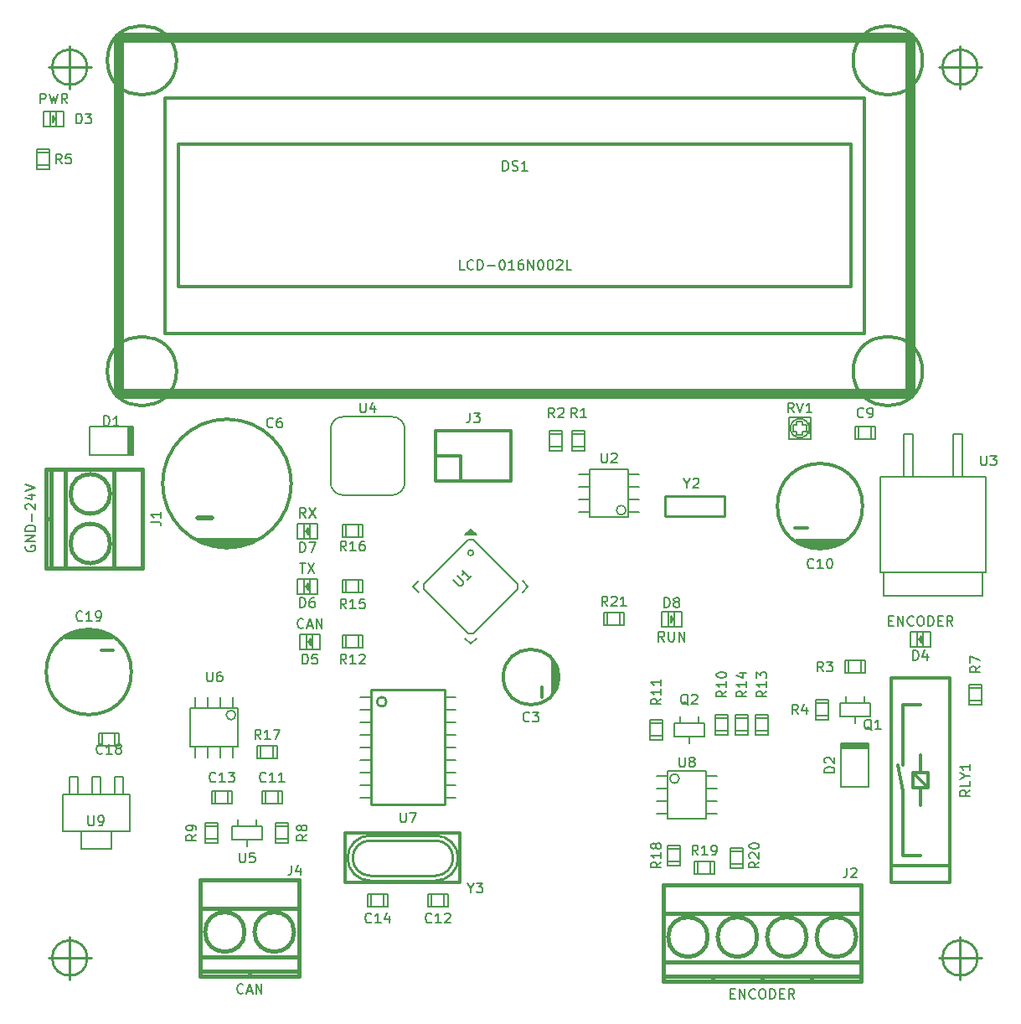
<source format=gbr>
G04 #@! TF.FileFunction,Legend,Top*
%FSLAX46Y46*%
G04 Gerber Fmt 4.6, Leading zero omitted, Abs format (unit mm)*
G04 Created by KiCad (PCBNEW 4.0.6) date 07/04/17 13:53:13*
%MOMM*%
%LPD*%
G01*
G04 APERTURE LIST*
%ADD10C,0.100000*%
%ADD11C,0.304800*%
%ADD12C,0.500000*%
%ADD13C,0.127000*%
%ADD14C,0.300000*%
%ADD15C,1.000760*%
%ADD16C,0.381000*%
%ADD17C,0.149860*%
%ADD18C,0.150000*%
%ADD19C,0.254000*%
%ADD20C,0.299720*%
G04 APERTURE END LIST*
D10*
D11*
X47394000Y-67056000D02*
G75*
G03X47394000Y-67056000I-6500000J0D01*
G01*
X43994000Y-72756000D02*
X37794000Y-72756000D01*
X38494000Y-72956000D02*
X43294000Y-72956000D01*
X38894000Y-73156000D02*
X42894000Y-73156000D01*
X42294000Y-73356000D02*
X39494000Y-73356000D01*
D12*
X39394000Y-70556000D02*
X37894000Y-70556000D01*
D13*
X106045000Y-61341000D02*
X106045000Y-62611000D01*
X104775000Y-61341000D02*
X104775000Y-62585600D01*
X104394000Y-61341000D02*
X106426000Y-61341000D01*
X106426000Y-61341000D02*
X106426000Y-62611000D01*
X106426000Y-62611000D02*
X104394000Y-62611000D01*
X104394000Y-62611000D02*
X104394000Y-61341000D01*
D11*
X103238000Y-72842000D02*
X98438000Y-72842000D01*
X105138000Y-69342000D02*
G75*
G03X105138000Y-69342000I-4300000J0D01*
G01*
X102638000Y-73042000D02*
X99038000Y-73042000D01*
X102238000Y-73242000D02*
X99438000Y-73242000D01*
X101638000Y-73442000D02*
X99938000Y-73442000D01*
D14*
X99538000Y-71542000D02*
X98338000Y-71542000D01*
D13*
X46101000Y-98171000D02*
X46101000Y-99441000D01*
X44831000Y-98171000D02*
X44831000Y-99415600D01*
X44450000Y-98171000D02*
X46482000Y-98171000D01*
X46482000Y-98171000D02*
X46482000Y-99441000D01*
X46482000Y-99441000D02*
X44450000Y-99441000D01*
X44450000Y-99441000D02*
X44450000Y-98171000D01*
X62865000Y-108585000D02*
X62865000Y-109855000D01*
X61595000Y-108585000D02*
X61595000Y-109829600D01*
X61214000Y-108585000D02*
X63246000Y-108585000D01*
X63246000Y-108585000D02*
X63246000Y-109855000D01*
X63246000Y-109855000D02*
X61214000Y-109855000D01*
X61214000Y-109855000D02*
X61214000Y-108585000D01*
X39751000Y-99441000D02*
X39751000Y-98171000D01*
X41021000Y-99441000D02*
X41021000Y-98196400D01*
X41402000Y-99441000D02*
X39370000Y-99441000D01*
X39370000Y-99441000D02*
X39370000Y-98171000D01*
X39370000Y-98171000D02*
X41402000Y-98171000D01*
X41402000Y-98171000D02*
X41402000Y-99441000D01*
X55499000Y-109855000D02*
X55499000Y-108585000D01*
X56769000Y-109855000D02*
X56769000Y-108610400D01*
X57150000Y-109855000D02*
X55118000Y-109855000D01*
X55118000Y-109855000D02*
X55118000Y-108585000D01*
X55118000Y-108585000D02*
X57150000Y-108585000D01*
X57150000Y-108585000D02*
X57150000Y-109855000D01*
X31310580Y-64137540D02*
X31310580Y-61338460D01*
X31208980Y-61338460D02*
X31208980Y-64137540D01*
X31109920Y-64137540D02*
X31109920Y-61338460D01*
X31010860Y-61338460D02*
X31010860Y-64137540D01*
X30909260Y-61338460D02*
X30909260Y-64137540D01*
X31409640Y-61338460D02*
X27010360Y-61338460D01*
X27010360Y-61338460D02*
X27010360Y-64137540D01*
X27010360Y-64137540D02*
X31409640Y-64137540D01*
X31409640Y-64137540D02*
X31409640Y-61338460D01*
X105793540Y-93403420D02*
X102994460Y-93403420D01*
X102994460Y-93505020D02*
X105793540Y-93505020D01*
X105793540Y-93604080D02*
X102994460Y-93604080D01*
X102994460Y-93703140D02*
X105793540Y-93703140D01*
X102994460Y-93804740D02*
X105793540Y-93804740D01*
X102994460Y-93304360D02*
X102994460Y-97703640D01*
X102994460Y-97703640D02*
X105793540Y-97703640D01*
X105793540Y-97703640D02*
X105793540Y-93304360D01*
X105793540Y-93304360D02*
X102994460Y-93304360D01*
X23568660Y-30226000D02*
X23268940Y-29926280D01*
X23268940Y-29926280D02*
X23268940Y-30525720D01*
X23268940Y-30525720D02*
X23568660Y-30226000D01*
X23467060Y-30325060D02*
X23467060Y-30126940D01*
X23368000Y-30025340D02*
X23368000Y-30426660D01*
X23667720Y-31026100D02*
X23667720Y-29425900D01*
X23068280Y-29425900D02*
X23068280Y-31026100D01*
X22367240Y-29425900D02*
X24368760Y-29425900D01*
X24368760Y-29425900D02*
X24368760Y-31026100D01*
X24368760Y-31026100D02*
X22367240Y-31026100D01*
X22367240Y-31026100D02*
X22367240Y-29425900D01*
X110797340Y-82804000D02*
X111097060Y-83103720D01*
X111097060Y-83103720D02*
X111097060Y-82504280D01*
X111097060Y-82504280D02*
X110797340Y-82804000D01*
X110898940Y-82704940D02*
X110898940Y-82903060D01*
X110998000Y-83004660D02*
X110998000Y-82603340D01*
X110698280Y-82003900D02*
X110698280Y-83604100D01*
X111297720Y-83604100D02*
X111297720Y-82003900D01*
X111998760Y-83604100D02*
X109997240Y-83604100D01*
X109997240Y-83604100D02*
X109997240Y-82003900D01*
X109997240Y-82003900D02*
X111998760Y-82003900D01*
X111998760Y-82003900D02*
X111998760Y-83604100D01*
X49075340Y-83058000D02*
X49375060Y-83357720D01*
X49375060Y-83357720D02*
X49375060Y-82758280D01*
X49375060Y-82758280D02*
X49075340Y-83058000D01*
X49176940Y-82958940D02*
X49176940Y-83157060D01*
X49276000Y-83258660D02*
X49276000Y-82857340D01*
X48976280Y-82257900D02*
X48976280Y-83858100D01*
X49575720Y-83858100D02*
X49575720Y-82257900D01*
X50276760Y-83858100D02*
X48275240Y-83858100D01*
X48275240Y-83858100D02*
X48275240Y-82257900D01*
X48275240Y-82257900D02*
X50276760Y-82257900D01*
X50276760Y-82257900D02*
X50276760Y-83858100D01*
X48821340Y-77470000D02*
X49121060Y-77769720D01*
X49121060Y-77769720D02*
X49121060Y-77170280D01*
X49121060Y-77170280D02*
X48821340Y-77470000D01*
X48922940Y-77370940D02*
X48922940Y-77569060D01*
X49022000Y-77670660D02*
X49022000Y-77269340D01*
X48722280Y-76669900D02*
X48722280Y-78270100D01*
X49321720Y-78270100D02*
X49321720Y-76669900D01*
X50022760Y-78270100D02*
X48021240Y-78270100D01*
X48021240Y-78270100D02*
X48021240Y-76669900D01*
X48021240Y-76669900D02*
X50022760Y-76669900D01*
X50022760Y-76669900D02*
X50022760Y-78270100D01*
X48821340Y-71882000D02*
X49121060Y-72181720D01*
X49121060Y-72181720D02*
X49121060Y-71582280D01*
X49121060Y-71582280D02*
X48821340Y-71882000D01*
X48922940Y-71782940D02*
X48922940Y-71981060D01*
X49022000Y-72082660D02*
X49022000Y-71681340D01*
X48722280Y-71081900D02*
X48722280Y-72682100D01*
X49321720Y-72682100D02*
X49321720Y-71081900D01*
X50022760Y-72682100D02*
X48021240Y-72682100D01*
X48021240Y-72682100D02*
X48021240Y-71081900D01*
X48021240Y-71081900D02*
X50022760Y-71081900D01*
X50022760Y-71081900D02*
X50022760Y-72682100D01*
D11*
X111200000Y-55700000D02*
G75*
G03X111200000Y-55700000I-3500000J0D01*
G01*
X35800000Y-55700000D02*
G75*
G03X35800000Y-55700000I-3500000J0D01*
G01*
X35800000Y-24300000D02*
G75*
G03X35800000Y-24300000I-3500000J0D01*
G01*
X111200000Y-24300000D02*
G75*
G03X111200000Y-24300000I-3500000J0D01*
G01*
X105350000Y-51900000D02*
X34650000Y-51900000D01*
X34650000Y-51900000D02*
X34650000Y-28100000D01*
X34650000Y-28100000D02*
X105350000Y-28100000D01*
X105350000Y-28100000D02*
X105350000Y-51900000D01*
X104000000Y-47200000D02*
X104000000Y-32800000D01*
X104000000Y-32800000D02*
X36000000Y-32800000D01*
X36000000Y-32800000D02*
X36000000Y-47200000D01*
X36000000Y-47200000D02*
X104000000Y-47200000D01*
D15*
X110000000Y-58000000D02*
X30000000Y-58000000D01*
X30000000Y-58000000D02*
X30000000Y-22000000D01*
X30000000Y-22000000D02*
X110000000Y-22000000D01*
X110000000Y-22000000D02*
X110000000Y-58000000D01*
D16*
X99996000Y-116876000D02*
X99996000Y-117376000D01*
X104496000Y-112876000D02*
G75*
G03X104496000Y-112876000I-2000000J0D01*
G01*
X99496000Y-112876000D02*
G75*
G03X99496000Y-112876000I-2000000J0D01*
G01*
X94996000Y-116876000D02*
X94996000Y-117376000D01*
X89996000Y-116876000D02*
X89996000Y-117376000D01*
X94496000Y-112876000D02*
G75*
G03X94496000Y-112876000I-2000000J0D01*
G01*
X89496000Y-112876000D02*
G75*
G03X89496000Y-112876000I-2000000J0D01*
G01*
X84996000Y-115376000D02*
X104996000Y-115376000D01*
X84996000Y-110476000D02*
X104996000Y-110476000D01*
X84996000Y-116876000D02*
X104996000Y-116876000D01*
X84996000Y-117376000D02*
X104996000Y-117376000D01*
X104996000Y-117376000D02*
X104996000Y-107576000D01*
X104996000Y-107576000D02*
X84996000Y-107576000D01*
X84996000Y-107576000D02*
X84996000Y-117376000D01*
D11*
X61976000Y-61722000D02*
X69596000Y-61722000D01*
X69596000Y-61722000D02*
X69596000Y-66802000D01*
X69596000Y-66802000D02*
X61976000Y-66802000D01*
X61976000Y-64262000D02*
X64516000Y-64262000D01*
X64516000Y-64262000D02*
X64516000Y-66802000D01*
X61976000Y-61722000D02*
X61976000Y-66802000D01*
D16*
X43180000Y-116368000D02*
X43180000Y-116868000D01*
X47680000Y-112368000D02*
G75*
G03X47680000Y-112368000I-2000000J0D01*
G01*
X42680000Y-112368000D02*
G75*
G03X42680000Y-112368000I-2000000J0D01*
G01*
X38180000Y-114868000D02*
X48180000Y-114868000D01*
X38180000Y-109968000D02*
X48180000Y-109968000D01*
X38180000Y-116368000D02*
X48180000Y-116368000D01*
X38180000Y-116868000D02*
X48180000Y-116868000D01*
X48180000Y-116868000D02*
X48180000Y-107068000D01*
X48180000Y-107068000D02*
X38180000Y-107068000D01*
X38180000Y-107068000D02*
X38180000Y-116868000D01*
D13*
X103441500Y-89217500D02*
X103441500Y-88557100D01*
X105346500Y-89217500D02*
X105346500Y-88557100D01*
X104394000Y-90614500D02*
X104394000Y-91274900D01*
X105892600Y-90614500D02*
X102895400Y-90614500D01*
X102895400Y-90614500D02*
X102895400Y-89217500D01*
X102895400Y-89217500D02*
X105892600Y-89217500D01*
X105892600Y-89217500D02*
X105892600Y-90614500D01*
X86677500Y-91249500D02*
X86677500Y-90589100D01*
X88582500Y-91249500D02*
X88582500Y-90589100D01*
X87630000Y-92646500D02*
X87630000Y-93306900D01*
X89128600Y-92646500D02*
X86131400Y-92646500D01*
X86131400Y-92646500D02*
X86131400Y-91249500D01*
X86131400Y-91249500D02*
X89128600Y-91249500D01*
X89128600Y-91249500D02*
X89128600Y-92646500D01*
X77089000Y-63373000D02*
X75819000Y-63373000D01*
X77089000Y-62103000D02*
X75844400Y-62103000D01*
X77089000Y-61722000D02*
X77089000Y-63754000D01*
X77089000Y-63754000D02*
X75819000Y-63754000D01*
X75819000Y-63754000D02*
X75819000Y-61722000D01*
X75819000Y-61722000D02*
X77089000Y-61722000D01*
X74803000Y-63373000D02*
X73533000Y-63373000D01*
X74803000Y-62103000D02*
X73558400Y-62103000D01*
X74803000Y-61722000D02*
X74803000Y-63754000D01*
X74803000Y-63754000D02*
X73533000Y-63754000D01*
X73533000Y-63754000D02*
X73533000Y-61722000D01*
X73533000Y-61722000D02*
X74803000Y-61722000D01*
X103759000Y-86233000D02*
X103759000Y-84963000D01*
X105029000Y-86233000D02*
X105029000Y-84988400D01*
X105410000Y-86233000D02*
X103378000Y-86233000D01*
X103378000Y-86233000D02*
X103378000Y-84963000D01*
X103378000Y-84963000D02*
X105410000Y-84963000D01*
X105410000Y-84963000D02*
X105410000Y-86233000D01*
X101727000Y-90551000D02*
X100457000Y-90551000D01*
X101727000Y-89281000D02*
X100482400Y-89281000D01*
X101727000Y-88900000D02*
X101727000Y-90932000D01*
X101727000Y-90932000D02*
X100457000Y-90932000D01*
X100457000Y-90932000D02*
X100457000Y-88900000D01*
X100457000Y-88900000D02*
X101727000Y-88900000D01*
X21717000Y-33655000D02*
X22987000Y-33655000D01*
X21717000Y-34925000D02*
X22961600Y-34925000D01*
X21717000Y-35306000D02*
X21717000Y-33274000D01*
X21717000Y-33274000D02*
X22987000Y-33274000D01*
X22987000Y-33274000D02*
X22987000Y-35306000D01*
X22987000Y-35306000D02*
X21717000Y-35306000D01*
X115951000Y-87757000D02*
X117221000Y-87757000D01*
X115951000Y-89027000D02*
X117195600Y-89027000D01*
X115951000Y-89408000D02*
X115951000Y-87376000D01*
X115951000Y-87376000D02*
X117221000Y-87376000D01*
X117221000Y-87376000D02*
X117221000Y-89408000D01*
X117221000Y-89408000D02*
X115951000Y-89408000D01*
X45847000Y-101727000D02*
X47117000Y-101727000D01*
X45847000Y-102997000D02*
X47091600Y-102997000D01*
X45847000Y-103378000D02*
X45847000Y-101346000D01*
X45847000Y-101346000D02*
X47117000Y-101346000D01*
X47117000Y-101346000D02*
X47117000Y-103378000D01*
X47117000Y-103378000D02*
X45847000Y-103378000D01*
X38735000Y-101727000D02*
X40005000Y-101727000D01*
X38735000Y-102997000D02*
X39979600Y-102997000D01*
X38735000Y-103378000D02*
X38735000Y-101346000D01*
X38735000Y-101346000D02*
X40005000Y-101346000D01*
X40005000Y-101346000D02*
X40005000Y-103378000D01*
X40005000Y-103378000D02*
X38735000Y-103378000D01*
X91567000Y-92075000D02*
X90297000Y-92075000D01*
X91567000Y-90805000D02*
X90322400Y-90805000D01*
X91567000Y-90424000D02*
X91567000Y-92456000D01*
X91567000Y-92456000D02*
X90297000Y-92456000D01*
X90297000Y-92456000D02*
X90297000Y-90424000D01*
X90297000Y-90424000D02*
X91567000Y-90424000D01*
X84963000Y-92583000D02*
X83693000Y-92583000D01*
X84963000Y-91313000D02*
X83718400Y-91313000D01*
X84963000Y-90932000D02*
X84963000Y-92964000D01*
X84963000Y-92964000D02*
X83693000Y-92964000D01*
X83693000Y-92964000D02*
X83693000Y-90932000D01*
X83693000Y-90932000D02*
X84963000Y-90932000D01*
X52959000Y-83693000D02*
X52959000Y-82423000D01*
X54229000Y-83693000D02*
X54229000Y-82448400D01*
X54610000Y-83693000D02*
X52578000Y-83693000D01*
X52578000Y-83693000D02*
X52578000Y-82423000D01*
X52578000Y-82423000D02*
X54610000Y-82423000D01*
X54610000Y-82423000D02*
X54610000Y-83693000D01*
X95631000Y-92075000D02*
X94361000Y-92075000D01*
X95631000Y-90805000D02*
X94386400Y-90805000D01*
X95631000Y-90424000D02*
X95631000Y-92456000D01*
X95631000Y-92456000D02*
X94361000Y-92456000D01*
X94361000Y-92456000D02*
X94361000Y-90424000D01*
X94361000Y-90424000D02*
X95631000Y-90424000D01*
X92329000Y-90805000D02*
X93599000Y-90805000D01*
X92329000Y-92075000D02*
X93573600Y-92075000D01*
X92329000Y-92456000D02*
X92329000Y-90424000D01*
X92329000Y-90424000D02*
X93599000Y-90424000D01*
X93599000Y-90424000D02*
X93599000Y-92456000D01*
X93599000Y-92456000D02*
X92329000Y-92456000D01*
X52959000Y-78105000D02*
X52959000Y-76835000D01*
X54229000Y-78105000D02*
X54229000Y-76860400D01*
X54610000Y-78105000D02*
X52578000Y-78105000D01*
X52578000Y-78105000D02*
X52578000Y-76835000D01*
X52578000Y-76835000D02*
X54610000Y-76835000D01*
X54610000Y-76835000D02*
X54610000Y-78105000D01*
X52959000Y-72517000D02*
X52959000Y-71247000D01*
X54229000Y-72517000D02*
X54229000Y-71272400D01*
X54610000Y-72517000D02*
X52578000Y-72517000D01*
X52578000Y-72517000D02*
X52578000Y-71247000D01*
X52578000Y-71247000D02*
X54610000Y-71247000D01*
X54610000Y-71247000D02*
X54610000Y-72517000D01*
X45593000Y-93599000D02*
X45593000Y-94869000D01*
X44323000Y-93599000D02*
X44323000Y-94843600D01*
X43942000Y-93599000D02*
X45974000Y-93599000D01*
X45974000Y-93599000D02*
X45974000Y-94869000D01*
X45974000Y-94869000D02*
X43942000Y-94869000D01*
X43942000Y-94869000D02*
X43942000Y-93599000D01*
X86741000Y-105283000D02*
X85471000Y-105283000D01*
X86741000Y-104013000D02*
X85496400Y-104013000D01*
X86741000Y-103632000D02*
X86741000Y-105664000D01*
X86741000Y-105664000D02*
X85471000Y-105664000D01*
X85471000Y-105664000D02*
X85471000Y-103632000D01*
X85471000Y-103632000D02*
X86741000Y-103632000D01*
X89789000Y-105283000D02*
X89789000Y-106553000D01*
X88519000Y-105283000D02*
X88519000Y-106527600D01*
X88138000Y-105283000D02*
X90170000Y-105283000D01*
X90170000Y-105283000D02*
X90170000Y-106553000D01*
X90170000Y-106553000D02*
X88138000Y-106553000D01*
X88138000Y-106553000D02*
X88138000Y-105283000D01*
X91821000Y-104267000D02*
X93091000Y-104267000D01*
X91821000Y-105537000D02*
X93065600Y-105537000D01*
X91821000Y-105918000D02*
X91821000Y-103886000D01*
X91821000Y-103886000D02*
X93091000Y-103886000D01*
X93091000Y-103886000D02*
X93091000Y-105918000D01*
X93091000Y-105918000D02*
X91821000Y-105918000D01*
D11*
X107998000Y-105628000D02*
X113998000Y-105628000D01*
X110998000Y-96228000D02*
X110998000Y-94528000D01*
X110998000Y-99528000D02*
X110998000Y-97828000D01*
X111798000Y-97828000D02*
X110198000Y-96228000D01*
X110198000Y-97828000D02*
X110198000Y-96228000D01*
X110198000Y-96228000D02*
X111798000Y-96228000D01*
X111798000Y-97828000D02*
X111798000Y-96228000D01*
X111798000Y-97828000D02*
X110198000Y-97828000D01*
X109198000Y-95528000D02*
X109198000Y-89428000D01*
X109198000Y-89428000D02*
X110998000Y-89428000D01*
X109198000Y-104628000D02*
X110998000Y-104628000D01*
X109198000Y-104628000D02*
X109198000Y-98128000D01*
X109198000Y-98128000D02*
X108698000Y-95528000D01*
X107998000Y-86728000D02*
X113998000Y-86728000D01*
X107998000Y-107328000D02*
X113998000Y-107328000D01*
X113998000Y-107328000D02*
X113998000Y-86728000D01*
X107998000Y-107328000D02*
X107998000Y-86728000D01*
D13*
X99806760Y-60967620D02*
X99606100Y-60967620D01*
X99705160Y-61968380D02*
X99705160Y-60967620D01*
X99806760Y-60967620D02*
X99806760Y-61968380D01*
X99806760Y-61968380D02*
X99606100Y-61968380D01*
X98506280Y-62169040D02*
X99105720Y-62169040D01*
X99105720Y-62169040D02*
X99105720Y-61767720D01*
X99105720Y-61767720D02*
X99507040Y-61767720D01*
X99507040Y-61767720D02*
X99507040Y-61168280D01*
X99507040Y-61168280D02*
X99105720Y-61168280D01*
X99105720Y-61168280D02*
X99105720Y-60766960D01*
X99105720Y-60766960D02*
X98506280Y-60766960D01*
X98506280Y-60766960D02*
X98506280Y-61168280D01*
X98506280Y-61168280D02*
X98104960Y-61168280D01*
X98104960Y-61168280D02*
X98104960Y-61668660D01*
X98104960Y-61668660D02*
X98104960Y-61767720D01*
X98104960Y-61767720D02*
X98506280Y-61767720D01*
X98506280Y-61767720D02*
X98506280Y-62169040D01*
X99749684Y-61468000D02*
G75*
G03X99749684Y-61468000I-943684J0D01*
G01*
X97706180Y-62567820D02*
X97706180Y-60368180D01*
X97706180Y-60368180D02*
X99905820Y-60368180D01*
X99905820Y-60368180D02*
X99905820Y-62567820D01*
X99905820Y-62567820D02*
X97706180Y-62567820D01*
D17*
X65390112Y-71814235D02*
X65673888Y-71814235D01*
X65813980Y-71954327D02*
X65250020Y-71954327D01*
X65108132Y-72096215D02*
X65955868Y-72096215D01*
X64966244Y-72238103D02*
X65532000Y-71672347D01*
X65532000Y-71672347D02*
X66097756Y-72238103D01*
X66097756Y-72238103D02*
X64966244Y-72238103D01*
X60300103Y-78035756D02*
X59734347Y-77470000D01*
X59734347Y-77470000D02*
X60300103Y-76904244D01*
X66097756Y-82701897D02*
X65532000Y-83267653D01*
X65532000Y-83267653D02*
X64966244Y-82701897D01*
X70763897Y-76904244D02*
X71329653Y-77470000D01*
X71329653Y-77470000D02*
X70763897Y-78035756D01*
D13*
X65815981Y-74057503D02*
G75*
G03X65815981Y-74057503I-283981J0D01*
G01*
X60772464Y-77739408D02*
X60772464Y-77200592D01*
X60772464Y-77200592D02*
X65262592Y-72710464D01*
X65262592Y-72710464D02*
X65801408Y-72710464D01*
X65801408Y-72710464D02*
X70291536Y-77200592D01*
X70291536Y-77200592D02*
X70291536Y-77739408D01*
X70291536Y-77739408D02*
X65801408Y-82229536D01*
X65801408Y-82229536D02*
X65262592Y-82229536D01*
X65262592Y-82229536D02*
X60772464Y-77739408D01*
X77520800Y-70485000D02*
X81483200Y-70485000D01*
X81483200Y-70485000D02*
X81483200Y-65659000D01*
X81483200Y-65659000D02*
X77520800Y-65659000D01*
X77520800Y-65659000D02*
X77520800Y-70485000D01*
X77520800Y-69977000D02*
X76428600Y-69977000D01*
X77520800Y-68707000D02*
X76428600Y-68707000D01*
X77520800Y-67437000D02*
X76428600Y-67437000D01*
X76428600Y-66167000D02*
X77520800Y-66167000D01*
X81483200Y-66167000D02*
X82575400Y-66167000D01*
X82575400Y-67437000D02*
X81483200Y-67437000D01*
X82575400Y-68707000D02*
X81483200Y-68707000D01*
X82575400Y-69977000D02*
X81483200Y-69977000D01*
X81219067Y-69748400D02*
G75*
G03X81219067Y-69748400I-472467J0D01*
G01*
D18*
X51368000Y-61562000D02*
X51368000Y-66912000D01*
X52618000Y-60312000D02*
G75*
G03X51368000Y-61562000I0J-1250000D01*
G01*
X57618000Y-60312000D02*
X52618000Y-60312000D01*
X58868000Y-61562000D02*
G75*
G03X57618000Y-60312000I-1250000J0D01*
G01*
X58868000Y-66912000D02*
X58868000Y-61562000D01*
X51368000Y-66912000D02*
G75*
G03X52568000Y-68212000I1250000J-50000D01*
G01*
X57668000Y-68212000D02*
X52568000Y-68212000D01*
X57668000Y-68212000D02*
G75*
G03X58868000Y-66912000I-50000J1250000D01*
G01*
D13*
X41973500Y-101663500D02*
X41973500Y-101003100D01*
X43878500Y-101663500D02*
X43878500Y-101003100D01*
X42926000Y-103060500D02*
X42926000Y-103720900D01*
X44424600Y-103060500D02*
X41427400Y-103060500D01*
X41427400Y-103060500D02*
X41427400Y-101663500D01*
X41427400Y-101663500D02*
X44424600Y-101663500D01*
X44424600Y-101663500D02*
X44424600Y-103060500D01*
X42037000Y-93675200D02*
X42037000Y-89712800D01*
X42037000Y-89712800D02*
X37211000Y-89712800D01*
X37211000Y-89712800D02*
X37211000Y-93675200D01*
X37211000Y-93675200D02*
X42037000Y-93675200D01*
X41529000Y-93675200D02*
X41529000Y-94767400D01*
X40259000Y-93675200D02*
X40259000Y-94767400D01*
X38989000Y-93675200D02*
X38989000Y-94767400D01*
X37719000Y-94767400D02*
X37719000Y-93675200D01*
X37719000Y-89712800D02*
X37719000Y-88620600D01*
X38989000Y-88620600D02*
X38989000Y-89712800D01*
X40259000Y-88620600D02*
X40259000Y-89712800D01*
X41529000Y-88620600D02*
X41529000Y-89712800D01*
X41772867Y-90449400D02*
G75*
G03X41772867Y-90449400I-472467J0D01*
G01*
D19*
X62931040Y-99524820D02*
X62931040Y-87927180D01*
X55432960Y-87927180D02*
X55432960Y-99524820D01*
D13*
X62941200Y-98806000D02*
X64033400Y-98806000D01*
X62941200Y-97536000D02*
X64033400Y-97536000D01*
X62941200Y-96266000D02*
X64033400Y-96266000D01*
X54330600Y-88646000D02*
X55422800Y-88646000D01*
D19*
X55432960Y-99524820D02*
X62931040Y-99524820D01*
X62931040Y-87927180D02*
X55432960Y-87927180D01*
D13*
X62941200Y-88646000D02*
X64033400Y-88646000D01*
X62941200Y-89916000D02*
X64033400Y-89916000D01*
X62941200Y-91186000D02*
X64033400Y-91186000D01*
X64033400Y-92456000D02*
X62941200Y-92456000D01*
X64033400Y-93726000D02*
X62941200Y-93726000D01*
X64033400Y-94996000D02*
X62941200Y-94996000D01*
X55422800Y-98806000D02*
X54330600Y-98806000D01*
X55422800Y-97536000D02*
X54330600Y-97536000D01*
X55422800Y-96266000D02*
X54330600Y-96266000D01*
X55422800Y-89916000D02*
X54330600Y-89916000D01*
X54330600Y-91186000D02*
X55422800Y-91186000D01*
X54330600Y-94996000D02*
X55422800Y-94996000D01*
X54330600Y-93726000D02*
X55422800Y-93726000D01*
X54330600Y-92456000D02*
X55422800Y-92456000D01*
D19*
X57007787Y-89110820D02*
G75*
G03X57007787Y-89110820I-472467J0D01*
G01*
D13*
X89357200Y-96139000D02*
X85394800Y-96139000D01*
X85394800Y-96139000D02*
X85394800Y-100965000D01*
X85394800Y-100965000D02*
X89357200Y-100965000D01*
X89357200Y-100965000D02*
X89357200Y-96139000D01*
X89357200Y-96647000D02*
X90449400Y-96647000D01*
X89357200Y-97917000D02*
X90449400Y-97917000D01*
X89357200Y-99187000D02*
X90449400Y-99187000D01*
X90449400Y-100457000D02*
X89357200Y-100457000D01*
X85394800Y-100457000D02*
X84302600Y-100457000D01*
X84302600Y-99187000D02*
X85394800Y-99187000D01*
X84302600Y-97917000D02*
X85394800Y-97917000D01*
X84302600Y-96647000D02*
X85394800Y-96647000D01*
X86603867Y-96875600D02*
G75*
G03X86603867Y-96875600I-472467J0D01*
G01*
D19*
X85184000Y-70342000D02*
X91184000Y-70342000D01*
X85184000Y-70342000D02*
X85184000Y-68342000D01*
X85184000Y-68342000D02*
X91184000Y-68342000D01*
X91184000Y-70342000D02*
X91184000Y-68342000D01*
D20*
X64472820Y-107401360D02*
X64472820Y-102402640D01*
X64472820Y-102402640D02*
X52875180Y-102402640D01*
X52875180Y-102402640D02*
X52875180Y-107401360D01*
X52875180Y-107401360D02*
X64472820Y-107401360D01*
D19*
X53086000Y-104902000D02*
G75*
G03X55372000Y-107188000I2286000J0D01*
G01*
X61976000Y-103124000D02*
X55372000Y-103124000D01*
X55372000Y-106680000D02*
X61976000Y-106680000D01*
X55372000Y-103124000D02*
G75*
G03X53594000Y-104902000I0J-1778000D01*
G01*
X53594000Y-104902000D02*
G75*
G03X55372000Y-106680000I1778000J0D01*
G01*
X63754000Y-104902000D02*
G75*
G03X61976000Y-103124000I-1778000J0D01*
G01*
X61976000Y-106680000D02*
G75*
G03X63754000Y-104902000I0J1778000D01*
G01*
X55372000Y-102616000D02*
G75*
G03X53086000Y-104902000I0J-2286000D01*
G01*
X55372000Y-102616000D02*
X61976000Y-102616000D01*
X61976000Y-107188000D02*
X55372000Y-107188000D01*
X64262000Y-104902000D02*
G75*
G03X61976000Y-102616000I-2286000J0D01*
G01*
X61976000Y-107188000D02*
G75*
G03X64262000Y-104902000I0J2286000D01*
G01*
D11*
X74228000Y-85814000D02*
X74228000Y-87414000D01*
X74028000Y-85314000D02*
X74028000Y-87914000D01*
X73828000Y-84914000D02*
X73828000Y-88314000D01*
X74428000Y-86614000D02*
G75*
G03X74428000Y-86614000I-2800000J0D01*
G01*
D14*
X72728000Y-87614000D02*
X72728000Y-88614000D01*
D16*
X23078000Y-70612000D02*
X22578000Y-70612000D01*
X29078000Y-73112000D02*
G75*
G03X29078000Y-73112000I-2000000J0D01*
G01*
X29078000Y-68112000D02*
G75*
G03X29078000Y-68112000I-2000000J0D01*
G01*
X24578000Y-65612000D02*
X24578000Y-75612000D01*
X29478000Y-65612000D02*
X29478000Y-75612000D01*
X23078000Y-65612000D02*
X23078000Y-75612000D01*
X22578000Y-65612000D02*
X22578000Y-75612000D01*
X22578000Y-75612000D02*
X32378000Y-75612000D01*
X32378000Y-75612000D02*
X32378000Y-65612000D01*
X32378000Y-65612000D02*
X22578000Y-65612000D01*
D19*
X25000000Y-22841000D02*
X25000000Y-27159000D01*
X22841000Y-25000000D02*
X27159000Y-25000000D01*
X26778000Y-25000000D02*
G75*
G03X26778000Y-25000000I-1778000J0D01*
G01*
X25000000Y-112841000D02*
X25000000Y-117159000D01*
X22841000Y-115000000D02*
X27159000Y-115000000D01*
X26778000Y-115000000D02*
G75*
G03X26778000Y-115000000I-1778000J0D01*
G01*
X115000000Y-22841000D02*
X115000000Y-27159000D01*
X112841000Y-25000000D02*
X117159000Y-25000000D01*
X116778000Y-25000000D02*
G75*
G03X116778000Y-25000000I-1778000J0D01*
G01*
X115000000Y-112841000D02*
X115000000Y-117159000D01*
X112841000Y-115000000D02*
X117159000Y-115000000D01*
X116778000Y-115000000D02*
G75*
G03X116778000Y-115000000I-1778000J0D01*
G01*
D13*
X86052660Y-80772000D02*
X85752940Y-80472280D01*
X85752940Y-80472280D02*
X85752940Y-81071720D01*
X85752940Y-81071720D02*
X86052660Y-80772000D01*
X85951060Y-80871060D02*
X85951060Y-80672940D01*
X85852000Y-80571340D02*
X85852000Y-80972660D01*
X86151720Y-81572100D02*
X86151720Y-79971900D01*
X85552280Y-79971900D02*
X85552280Y-81572100D01*
X84851240Y-79971900D02*
X86852760Y-79971900D01*
X86852760Y-79971900D02*
X86852760Y-81572100D01*
X86852760Y-81572100D02*
X84851240Y-81572100D01*
X84851240Y-81572100D02*
X84851240Y-79971900D01*
X80645000Y-80137000D02*
X80645000Y-81407000D01*
X79375000Y-80137000D02*
X79375000Y-81381600D01*
X78994000Y-80137000D02*
X81026000Y-80137000D01*
X81026000Y-80137000D02*
X81026000Y-81407000D01*
X81026000Y-81407000D02*
X78994000Y-81407000D01*
X78994000Y-81407000D02*
X78994000Y-80137000D01*
X28321000Y-93599000D02*
X28321000Y-92329000D01*
X29591000Y-93599000D02*
X29591000Y-92354400D01*
X29972000Y-93599000D02*
X27940000Y-93599000D01*
X27940000Y-93599000D02*
X27940000Y-92329000D01*
X27940000Y-92329000D02*
X29972000Y-92329000D01*
X29972000Y-92329000D02*
X29972000Y-93599000D01*
D11*
X24524000Y-82606000D02*
X29324000Y-82606000D01*
X31224000Y-86106000D02*
G75*
G03X31224000Y-86106000I-4300000J0D01*
G01*
X25124000Y-82406000D02*
X28724000Y-82406000D01*
X25524000Y-82206000D02*
X28324000Y-82206000D01*
X26124000Y-82006000D02*
X27824000Y-82006000D01*
D14*
X28224000Y-83906000D02*
X29424000Y-83906000D01*
D13*
X29235400Y-103974900D02*
X26136600Y-103974900D01*
X26136600Y-103974900D02*
X26136600Y-102184200D01*
X29235400Y-103974900D02*
X29235400Y-102184200D01*
X25793700Y-96685100D02*
X24980900Y-96685100D01*
X24980900Y-96685100D02*
X24980900Y-98475800D01*
X25793700Y-96685100D02*
X25793700Y-98475800D01*
X28092400Y-96685100D02*
X28092400Y-98475800D01*
X27279600Y-96685100D02*
X27279600Y-98475800D01*
X28092400Y-96685100D02*
X27279600Y-96685100D01*
X30391100Y-96685100D02*
X29578300Y-96685100D01*
X29578300Y-96685100D02*
X29578300Y-98475800D01*
X30391100Y-96685100D02*
X30391100Y-98475800D01*
X24333200Y-98475800D02*
X31038800Y-98475800D01*
X31038800Y-98475800D02*
X31038800Y-102184200D01*
X31038800Y-102184200D02*
X24333200Y-102184200D01*
X24333200Y-102184200D02*
X24333200Y-98475800D01*
X117271800Y-76060300D02*
X117271800Y-78422500D01*
X117271800Y-78422500D02*
X107264200Y-78422500D01*
X107264200Y-78422500D02*
X107264200Y-76060300D01*
X109270800Y-62077600D02*
X109270800Y-66408300D01*
X110274100Y-62077600D02*
X109270800Y-62077600D01*
X110274100Y-66408300D02*
X110274100Y-62077600D01*
X115265200Y-66408300D02*
X115265200Y-62077600D01*
X115265200Y-62077600D02*
X114261900Y-62077600D01*
X114261900Y-62077600D02*
X114261900Y-66408300D01*
X117614700Y-76060300D02*
X106921300Y-76060300D01*
X106921300Y-76060300D02*
X106921300Y-66408300D01*
X106921300Y-66408300D02*
X117614700Y-66408300D01*
X117614700Y-66408300D02*
X117614700Y-76060300D01*
D18*
X45553334Y-61317143D02*
X45505715Y-61364762D01*
X45362858Y-61412381D01*
X45267620Y-61412381D01*
X45124762Y-61364762D01*
X45029524Y-61269524D01*
X44981905Y-61174286D01*
X44934286Y-60983810D01*
X44934286Y-60840952D01*
X44981905Y-60650476D01*
X45029524Y-60555238D01*
X45124762Y-60460000D01*
X45267620Y-60412381D01*
X45362858Y-60412381D01*
X45505715Y-60460000D01*
X45553334Y-60507619D01*
X46410477Y-60412381D02*
X46220000Y-60412381D01*
X46124762Y-60460000D01*
X46077143Y-60507619D01*
X45981905Y-60650476D01*
X45934286Y-60840952D01*
X45934286Y-61221905D01*
X45981905Y-61317143D01*
X46029524Y-61364762D01*
X46124762Y-61412381D01*
X46315239Y-61412381D01*
X46410477Y-61364762D01*
X46458096Y-61317143D01*
X46505715Y-61221905D01*
X46505715Y-60983810D01*
X46458096Y-60888571D01*
X46410477Y-60840952D01*
X46315239Y-60793333D01*
X46124762Y-60793333D01*
X46029524Y-60840952D01*
X45981905Y-60888571D01*
X45934286Y-60983810D01*
X105243334Y-60301143D02*
X105195715Y-60348762D01*
X105052858Y-60396381D01*
X104957620Y-60396381D01*
X104814762Y-60348762D01*
X104719524Y-60253524D01*
X104671905Y-60158286D01*
X104624286Y-59967810D01*
X104624286Y-59824952D01*
X104671905Y-59634476D01*
X104719524Y-59539238D01*
X104814762Y-59444000D01*
X104957620Y-59396381D01*
X105052858Y-59396381D01*
X105195715Y-59444000D01*
X105243334Y-59491619D01*
X105719524Y-60396381D02*
X105910000Y-60396381D01*
X106005239Y-60348762D01*
X106052858Y-60301143D01*
X106148096Y-60158286D01*
X106195715Y-59967810D01*
X106195715Y-59586857D01*
X106148096Y-59491619D01*
X106100477Y-59444000D01*
X106005239Y-59396381D01*
X105814762Y-59396381D01*
X105719524Y-59444000D01*
X105671905Y-59491619D01*
X105624286Y-59586857D01*
X105624286Y-59824952D01*
X105671905Y-59920190D01*
X105719524Y-59967810D01*
X105814762Y-60015429D01*
X106005239Y-60015429D01*
X106100477Y-59967810D01*
X106148096Y-59920190D01*
X106195715Y-59824952D01*
X100195143Y-75541143D02*
X100147524Y-75588762D01*
X100004667Y-75636381D01*
X99909429Y-75636381D01*
X99766571Y-75588762D01*
X99671333Y-75493524D01*
X99623714Y-75398286D01*
X99576095Y-75207810D01*
X99576095Y-75064952D01*
X99623714Y-74874476D01*
X99671333Y-74779238D01*
X99766571Y-74684000D01*
X99909429Y-74636381D01*
X100004667Y-74636381D01*
X100147524Y-74684000D01*
X100195143Y-74731619D01*
X101147524Y-75636381D02*
X100576095Y-75636381D01*
X100861809Y-75636381D02*
X100861809Y-74636381D01*
X100766571Y-74779238D01*
X100671333Y-74874476D01*
X100576095Y-74922095D01*
X101766571Y-74636381D02*
X101861810Y-74636381D01*
X101957048Y-74684000D01*
X102004667Y-74731619D01*
X102052286Y-74826857D01*
X102099905Y-75017333D01*
X102099905Y-75255429D01*
X102052286Y-75445905D01*
X102004667Y-75541143D01*
X101957048Y-75588762D01*
X101861810Y-75636381D01*
X101766571Y-75636381D01*
X101671333Y-75588762D01*
X101623714Y-75541143D01*
X101576095Y-75445905D01*
X101528476Y-75255429D01*
X101528476Y-75017333D01*
X101576095Y-74826857D01*
X101623714Y-74731619D01*
X101671333Y-74684000D01*
X101766571Y-74636381D01*
X44823143Y-97131143D02*
X44775524Y-97178762D01*
X44632667Y-97226381D01*
X44537429Y-97226381D01*
X44394571Y-97178762D01*
X44299333Y-97083524D01*
X44251714Y-96988286D01*
X44204095Y-96797810D01*
X44204095Y-96654952D01*
X44251714Y-96464476D01*
X44299333Y-96369238D01*
X44394571Y-96274000D01*
X44537429Y-96226381D01*
X44632667Y-96226381D01*
X44775524Y-96274000D01*
X44823143Y-96321619D01*
X45775524Y-97226381D02*
X45204095Y-97226381D01*
X45489809Y-97226381D02*
X45489809Y-96226381D01*
X45394571Y-96369238D01*
X45299333Y-96464476D01*
X45204095Y-96512095D01*
X46727905Y-97226381D02*
X46156476Y-97226381D01*
X46442190Y-97226381D02*
X46442190Y-96226381D01*
X46346952Y-96369238D01*
X46251714Y-96464476D01*
X46156476Y-96512095D01*
X61587143Y-111355143D02*
X61539524Y-111402762D01*
X61396667Y-111450381D01*
X61301429Y-111450381D01*
X61158571Y-111402762D01*
X61063333Y-111307524D01*
X61015714Y-111212286D01*
X60968095Y-111021810D01*
X60968095Y-110878952D01*
X61015714Y-110688476D01*
X61063333Y-110593238D01*
X61158571Y-110498000D01*
X61301429Y-110450381D01*
X61396667Y-110450381D01*
X61539524Y-110498000D01*
X61587143Y-110545619D01*
X62539524Y-111450381D02*
X61968095Y-111450381D01*
X62253809Y-111450381D02*
X62253809Y-110450381D01*
X62158571Y-110593238D01*
X62063333Y-110688476D01*
X61968095Y-110736095D01*
X62920476Y-110545619D02*
X62968095Y-110498000D01*
X63063333Y-110450381D01*
X63301429Y-110450381D01*
X63396667Y-110498000D01*
X63444286Y-110545619D01*
X63491905Y-110640857D01*
X63491905Y-110736095D01*
X63444286Y-110878952D01*
X62872857Y-111450381D01*
X63491905Y-111450381D01*
X39743143Y-97131143D02*
X39695524Y-97178762D01*
X39552667Y-97226381D01*
X39457429Y-97226381D01*
X39314571Y-97178762D01*
X39219333Y-97083524D01*
X39171714Y-96988286D01*
X39124095Y-96797810D01*
X39124095Y-96654952D01*
X39171714Y-96464476D01*
X39219333Y-96369238D01*
X39314571Y-96274000D01*
X39457429Y-96226381D01*
X39552667Y-96226381D01*
X39695524Y-96274000D01*
X39743143Y-96321619D01*
X40695524Y-97226381D02*
X40124095Y-97226381D01*
X40409809Y-97226381D02*
X40409809Y-96226381D01*
X40314571Y-96369238D01*
X40219333Y-96464476D01*
X40124095Y-96512095D01*
X41028857Y-96226381D02*
X41647905Y-96226381D01*
X41314571Y-96607333D01*
X41457429Y-96607333D01*
X41552667Y-96654952D01*
X41600286Y-96702571D01*
X41647905Y-96797810D01*
X41647905Y-97035905D01*
X41600286Y-97131143D01*
X41552667Y-97178762D01*
X41457429Y-97226381D01*
X41171714Y-97226381D01*
X41076476Y-97178762D01*
X41028857Y-97131143D01*
X55491143Y-111355143D02*
X55443524Y-111402762D01*
X55300667Y-111450381D01*
X55205429Y-111450381D01*
X55062571Y-111402762D01*
X54967333Y-111307524D01*
X54919714Y-111212286D01*
X54872095Y-111021810D01*
X54872095Y-110878952D01*
X54919714Y-110688476D01*
X54967333Y-110593238D01*
X55062571Y-110498000D01*
X55205429Y-110450381D01*
X55300667Y-110450381D01*
X55443524Y-110498000D01*
X55491143Y-110545619D01*
X56443524Y-111450381D02*
X55872095Y-111450381D01*
X56157809Y-111450381D02*
X56157809Y-110450381D01*
X56062571Y-110593238D01*
X55967333Y-110688476D01*
X55872095Y-110736095D01*
X57300667Y-110783714D02*
X57300667Y-111450381D01*
X57062571Y-110402762D02*
X56824476Y-111117048D01*
X57443524Y-111117048D01*
X28471905Y-61221881D02*
X28471905Y-60221881D01*
X28710000Y-60221881D01*
X28852858Y-60269500D01*
X28948096Y-60364738D01*
X28995715Y-60459976D01*
X29043334Y-60650452D01*
X29043334Y-60793310D01*
X28995715Y-60983786D01*
X28948096Y-61079024D01*
X28852858Y-61174262D01*
X28710000Y-61221881D01*
X28471905Y-61221881D01*
X29995715Y-61221881D02*
X29424286Y-61221881D01*
X29710000Y-61221881D02*
X29710000Y-60221881D01*
X29614762Y-60364738D01*
X29519524Y-60459976D01*
X29424286Y-60507595D01*
X102306381Y-96242095D02*
X101306381Y-96242095D01*
X101306381Y-96004000D01*
X101354000Y-95861142D01*
X101449238Y-95765904D01*
X101544476Y-95718285D01*
X101734952Y-95670666D01*
X101877810Y-95670666D01*
X102068286Y-95718285D01*
X102163524Y-95765904D01*
X102258762Y-95861142D01*
X102306381Y-96004000D01*
X102306381Y-96242095D01*
X101401619Y-95289714D02*
X101354000Y-95242095D01*
X101306381Y-95146857D01*
X101306381Y-94908761D01*
X101354000Y-94813523D01*
X101401619Y-94765904D01*
X101496857Y-94718285D01*
X101592095Y-94718285D01*
X101734952Y-94765904D01*
X102306381Y-95337333D01*
X102306381Y-94718285D01*
X25677905Y-30678381D02*
X25677905Y-29678381D01*
X25916000Y-29678381D01*
X26058858Y-29726000D01*
X26154096Y-29821238D01*
X26201715Y-29916476D01*
X26249334Y-30106952D01*
X26249334Y-30249810D01*
X26201715Y-30440286D01*
X26154096Y-30535524D01*
X26058858Y-30630762D01*
X25916000Y-30678381D01*
X25677905Y-30678381D01*
X26582667Y-29678381D02*
X27201715Y-29678381D01*
X26868381Y-30059333D01*
X27011239Y-30059333D01*
X27106477Y-30106952D01*
X27154096Y-30154571D01*
X27201715Y-30249810D01*
X27201715Y-30487905D01*
X27154096Y-30583143D01*
X27106477Y-30630762D01*
X27011239Y-30678381D01*
X26725524Y-30678381D01*
X26630286Y-30630762D01*
X26582667Y-30583143D01*
X22034667Y-28646381D02*
X22034667Y-27646381D01*
X22415620Y-27646381D01*
X22510858Y-27694000D01*
X22558477Y-27741619D01*
X22606096Y-27836857D01*
X22606096Y-27979714D01*
X22558477Y-28074952D01*
X22510858Y-28122571D01*
X22415620Y-28170190D01*
X22034667Y-28170190D01*
X22939429Y-27646381D02*
X23177524Y-28646381D01*
X23368001Y-27932095D01*
X23558477Y-28646381D01*
X23796572Y-27646381D01*
X24748953Y-28646381D02*
X24415619Y-28170190D01*
X24177524Y-28646381D02*
X24177524Y-27646381D01*
X24558477Y-27646381D01*
X24653715Y-27694000D01*
X24701334Y-27741619D01*
X24748953Y-27836857D01*
X24748953Y-27979714D01*
X24701334Y-28074952D01*
X24653715Y-28122571D01*
X24558477Y-28170190D01*
X24177524Y-28170190D01*
X110259905Y-84907381D02*
X110259905Y-83907381D01*
X110498000Y-83907381D01*
X110640858Y-83955000D01*
X110736096Y-84050238D01*
X110783715Y-84145476D01*
X110831334Y-84335952D01*
X110831334Y-84478810D01*
X110783715Y-84669286D01*
X110736096Y-84764524D01*
X110640858Y-84859762D01*
X110498000Y-84907381D01*
X110259905Y-84907381D01*
X111688477Y-84240714D02*
X111688477Y-84907381D01*
X111450381Y-83859762D02*
X111212286Y-84574048D01*
X111831334Y-84574048D01*
X107783714Y-80931711D02*
X108117048Y-80931711D01*
X108259905Y-81455521D02*
X107783714Y-81455521D01*
X107783714Y-80455521D01*
X108259905Y-80455521D01*
X108688476Y-81455521D02*
X108688476Y-80455521D01*
X109259905Y-81455521D01*
X109259905Y-80455521D01*
X110307524Y-81360283D02*
X110259905Y-81407902D01*
X110117048Y-81455521D01*
X110021810Y-81455521D01*
X109878952Y-81407902D01*
X109783714Y-81312664D01*
X109736095Y-81217426D01*
X109688476Y-81026950D01*
X109688476Y-80884092D01*
X109736095Y-80693616D01*
X109783714Y-80598378D01*
X109878952Y-80503140D01*
X110021810Y-80455521D01*
X110117048Y-80455521D01*
X110259905Y-80503140D01*
X110307524Y-80550759D01*
X110926571Y-80455521D02*
X111117048Y-80455521D01*
X111212286Y-80503140D01*
X111307524Y-80598378D01*
X111355143Y-80788854D01*
X111355143Y-81122188D01*
X111307524Y-81312664D01*
X111212286Y-81407902D01*
X111117048Y-81455521D01*
X110926571Y-81455521D01*
X110831333Y-81407902D01*
X110736095Y-81312664D01*
X110688476Y-81122188D01*
X110688476Y-80788854D01*
X110736095Y-80598378D01*
X110831333Y-80503140D01*
X110926571Y-80455521D01*
X111783714Y-81455521D02*
X111783714Y-80455521D01*
X112021809Y-80455521D01*
X112164667Y-80503140D01*
X112259905Y-80598378D01*
X112307524Y-80693616D01*
X112355143Y-80884092D01*
X112355143Y-81026950D01*
X112307524Y-81217426D01*
X112259905Y-81312664D01*
X112164667Y-81407902D01*
X112021809Y-81455521D01*
X111783714Y-81455521D01*
X112783714Y-80931711D02*
X113117048Y-80931711D01*
X113259905Y-81455521D02*
X112783714Y-81455521D01*
X112783714Y-80455521D01*
X113259905Y-80455521D01*
X114259905Y-81455521D02*
X113926571Y-80979330D01*
X113688476Y-81455521D02*
X113688476Y-80455521D01*
X114069429Y-80455521D01*
X114164667Y-80503140D01*
X114212286Y-80550759D01*
X114259905Y-80645997D01*
X114259905Y-80788854D01*
X114212286Y-80884092D01*
X114164667Y-80931711D01*
X114069429Y-80979330D01*
X113688476Y-80979330D01*
X48537905Y-85288381D02*
X48537905Y-84288381D01*
X48776000Y-84288381D01*
X48918858Y-84336000D01*
X49014096Y-84431238D01*
X49061715Y-84526476D01*
X49109334Y-84716952D01*
X49109334Y-84859810D01*
X49061715Y-85050286D01*
X49014096Y-85145524D01*
X48918858Y-85240762D01*
X48776000Y-85288381D01*
X48537905Y-85288381D01*
X50014096Y-84288381D02*
X49537905Y-84288381D01*
X49490286Y-84764571D01*
X49537905Y-84716952D01*
X49633143Y-84669333D01*
X49871239Y-84669333D01*
X49966477Y-84716952D01*
X50014096Y-84764571D01*
X50061715Y-84859810D01*
X50061715Y-85097905D01*
X50014096Y-85193143D01*
X49966477Y-85240762D01*
X49871239Y-85288381D01*
X49633143Y-85288381D01*
X49537905Y-85240762D01*
X49490286Y-85193143D01*
X48633143Y-81614283D02*
X48585524Y-81661902D01*
X48442667Y-81709521D01*
X48347429Y-81709521D01*
X48204571Y-81661902D01*
X48109333Y-81566664D01*
X48061714Y-81471426D01*
X48014095Y-81280950D01*
X48014095Y-81138092D01*
X48061714Y-80947616D01*
X48109333Y-80852378D01*
X48204571Y-80757140D01*
X48347429Y-80709521D01*
X48442667Y-80709521D01*
X48585524Y-80757140D01*
X48633143Y-80804759D01*
X49014095Y-81423807D02*
X49490286Y-81423807D01*
X48918857Y-81709521D02*
X49252190Y-80709521D01*
X49585524Y-81709521D01*
X49918857Y-81709521D02*
X49918857Y-80709521D01*
X50490286Y-81709521D01*
X50490286Y-80709521D01*
X48283905Y-79573381D02*
X48283905Y-78573381D01*
X48522000Y-78573381D01*
X48664858Y-78621000D01*
X48760096Y-78716238D01*
X48807715Y-78811476D01*
X48855334Y-79001952D01*
X48855334Y-79144810D01*
X48807715Y-79335286D01*
X48760096Y-79430524D01*
X48664858Y-79525762D01*
X48522000Y-79573381D01*
X48283905Y-79573381D01*
X49712477Y-78573381D02*
X49522000Y-78573381D01*
X49426762Y-78621000D01*
X49379143Y-78668619D01*
X49283905Y-78811476D01*
X49236286Y-79001952D01*
X49236286Y-79382905D01*
X49283905Y-79478143D01*
X49331524Y-79525762D01*
X49426762Y-79573381D01*
X49617239Y-79573381D01*
X49712477Y-79525762D01*
X49760096Y-79478143D01*
X49807715Y-79382905D01*
X49807715Y-79144810D01*
X49760096Y-79049571D01*
X49712477Y-79001952D01*
X49617239Y-78954333D01*
X49426762Y-78954333D01*
X49331524Y-79001952D01*
X49283905Y-79049571D01*
X49236286Y-79144810D01*
X48260095Y-75121521D02*
X48831524Y-75121521D01*
X48545809Y-76121521D02*
X48545809Y-75121521D01*
X49069619Y-75121521D02*
X49736286Y-76121521D01*
X49736286Y-75121521D02*
X49069619Y-76121521D01*
X48283905Y-73985381D02*
X48283905Y-72985381D01*
X48522000Y-72985381D01*
X48664858Y-73033000D01*
X48760096Y-73128238D01*
X48807715Y-73223476D01*
X48855334Y-73413952D01*
X48855334Y-73556810D01*
X48807715Y-73747286D01*
X48760096Y-73842524D01*
X48664858Y-73937762D01*
X48522000Y-73985381D01*
X48283905Y-73985381D01*
X49188667Y-72985381D02*
X49855334Y-72985381D01*
X49426762Y-73985381D01*
X48855334Y-70533521D02*
X48522000Y-70057330D01*
X48283905Y-70533521D02*
X48283905Y-69533521D01*
X48664858Y-69533521D01*
X48760096Y-69581140D01*
X48807715Y-69628759D01*
X48855334Y-69723997D01*
X48855334Y-69866854D01*
X48807715Y-69962092D01*
X48760096Y-70009711D01*
X48664858Y-70057330D01*
X48283905Y-70057330D01*
X49188667Y-69533521D02*
X49855334Y-70533521D01*
X49855334Y-69533521D02*
X49188667Y-70533521D01*
X68785714Y-35451121D02*
X68785714Y-34451121D01*
X69023809Y-34451121D01*
X69166667Y-34498740D01*
X69261905Y-34593978D01*
X69309524Y-34689216D01*
X69357143Y-34879692D01*
X69357143Y-35022550D01*
X69309524Y-35213026D01*
X69261905Y-35308264D01*
X69166667Y-35403502D01*
X69023809Y-35451121D01*
X68785714Y-35451121D01*
X69738095Y-35403502D02*
X69880952Y-35451121D01*
X70119048Y-35451121D01*
X70214286Y-35403502D01*
X70261905Y-35355883D01*
X70309524Y-35260645D01*
X70309524Y-35165407D01*
X70261905Y-35070169D01*
X70214286Y-35022550D01*
X70119048Y-34974930D01*
X69928571Y-34927311D01*
X69833333Y-34879692D01*
X69785714Y-34832073D01*
X69738095Y-34736835D01*
X69738095Y-34641597D01*
X69785714Y-34546359D01*
X69833333Y-34498740D01*
X69928571Y-34451121D01*
X70166667Y-34451121D01*
X70309524Y-34498740D01*
X71261905Y-35451121D02*
X70690476Y-35451121D01*
X70976190Y-35451121D02*
X70976190Y-34451121D01*
X70880952Y-34593978D01*
X70785714Y-34689216D01*
X70690476Y-34736835D01*
X64904762Y-45453641D02*
X64428571Y-45453641D01*
X64428571Y-44453641D01*
X65809524Y-45358403D02*
X65761905Y-45406022D01*
X65619048Y-45453641D01*
X65523810Y-45453641D01*
X65380952Y-45406022D01*
X65285714Y-45310784D01*
X65238095Y-45215546D01*
X65190476Y-45025070D01*
X65190476Y-44882212D01*
X65238095Y-44691736D01*
X65285714Y-44596498D01*
X65380952Y-44501260D01*
X65523810Y-44453641D01*
X65619048Y-44453641D01*
X65761905Y-44501260D01*
X65809524Y-44548879D01*
X66238095Y-45453641D02*
X66238095Y-44453641D01*
X66476190Y-44453641D01*
X66619048Y-44501260D01*
X66714286Y-44596498D01*
X66761905Y-44691736D01*
X66809524Y-44882212D01*
X66809524Y-45025070D01*
X66761905Y-45215546D01*
X66714286Y-45310784D01*
X66619048Y-45406022D01*
X66476190Y-45453641D01*
X66238095Y-45453641D01*
X67238095Y-45072689D02*
X68000000Y-45072689D01*
X68666666Y-44453641D02*
X68761905Y-44453641D01*
X68857143Y-44501260D01*
X68904762Y-44548879D01*
X68952381Y-44644117D01*
X69000000Y-44834593D01*
X69000000Y-45072689D01*
X68952381Y-45263165D01*
X68904762Y-45358403D01*
X68857143Y-45406022D01*
X68761905Y-45453641D01*
X68666666Y-45453641D01*
X68571428Y-45406022D01*
X68523809Y-45358403D01*
X68476190Y-45263165D01*
X68428571Y-45072689D01*
X68428571Y-44834593D01*
X68476190Y-44644117D01*
X68523809Y-44548879D01*
X68571428Y-44501260D01*
X68666666Y-44453641D01*
X69952381Y-45453641D02*
X69380952Y-45453641D01*
X69666666Y-45453641D02*
X69666666Y-44453641D01*
X69571428Y-44596498D01*
X69476190Y-44691736D01*
X69380952Y-44739355D01*
X70809524Y-44453641D02*
X70619047Y-44453641D01*
X70523809Y-44501260D01*
X70476190Y-44548879D01*
X70380952Y-44691736D01*
X70333333Y-44882212D01*
X70333333Y-45263165D01*
X70380952Y-45358403D01*
X70428571Y-45406022D01*
X70523809Y-45453641D01*
X70714286Y-45453641D01*
X70809524Y-45406022D01*
X70857143Y-45358403D01*
X70904762Y-45263165D01*
X70904762Y-45025070D01*
X70857143Y-44929831D01*
X70809524Y-44882212D01*
X70714286Y-44834593D01*
X70523809Y-44834593D01*
X70428571Y-44882212D01*
X70380952Y-44929831D01*
X70333333Y-45025070D01*
X71333333Y-45453641D02*
X71333333Y-44453641D01*
X71904762Y-45453641D01*
X71904762Y-44453641D01*
X72571428Y-44453641D02*
X72666667Y-44453641D01*
X72761905Y-44501260D01*
X72809524Y-44548879D01*
X72857143Y-44644117D01*
X72904762Y-44834593D01*
X72904762Y-45072689D01*
X72857143Y-45263165D01*
X72809524Y-45358403D01*
X72761905Y-45406022D01*
X72666667Y-45453641D01*
X72571428Y-45453641D01*
X72476190Y-45406022D01*
X72428571Y-45358403D01*
X72380952Y-45263165D01*
X72333333Y-45072689D01*
X72333333Y-44834593D01*
X72380952Y-44644117D01*
X72428571Y-44548879D01*
X72476190Y-44501260D01*
X72571428Y-44453641D01*
X73523809Y-44453641D02*
X73619048Y-44453641D01*
X73714286Y-44501260D01*
X73761905Y-44548879D01*
X73809524Y-44644117D01*
X73857143Y-44834593D01*
X73857143Y-45072689D01*
X73809524Y-45263165D01*
X73761905Y-45358403D01*
X73714286Y-45406022D01*
X73619048Y-45453641D01*
X73523809Y-45453641D01*
X73428571Y-45406022D01*
X73380952Y-45358403D01*
X73333333Y-45263165D01*
X73285714Y-45072689D01*
X73285714Y-44834593D01*
X73333333Y-44644117D01*
X73380952Y-44548879D01*
X73428571Y-44501260D01*
X73523809Y-44453641D01*
X74238095Y-44548879D02*
X74285714Y-44501260D01*
X74380952Y-44453641D01*
X74619048Y-44453641D01*
X74714286Y-44501260D01*
X74761905Y-44548879D01*
X74809524Y-44644117D01*
X74809524Y-44739355D01*
X74761905Y-44882212D01*
X74190476Y-45453641D01*
X74809524Y-45453641D01*
X75714286Y-45453641D02*
X75238095Y-45453641D01*
X75238095Y-44453641D01*
X103552667Y-105878381D02*
X103552667Y-106592667D01*
X103505047Y-106735524D01*
X103409809Y-106830762D01*
X103266952Y-106878381D01*
X103171714Y-106878381D01*
X103981238Y-105973619D02*
X104028857Y-105926000D01*
X104124095Y-105878381D01*
X104362191Y-105878381D01*
X104457429Y-105926000D01*
X104505048Y-105973619D01*
X104552667Y-106068857D01*
X104552667Y-106164095D01*
X104505048Y-106306952D01*
X103933619Y-106878381D01*
X104552667Y-106878381D01*
X91781714Y-118604571D02*
X92115048Y-118604571D01*
X92257905Y-119128381D02*
X91781714Y-119128381D01*
X91781714Y-118128381D01*
X92257905Y-118128381D01*
X92686476Y-119128381D02*
X92686476Y-118128381D01*
X93257905Y-119128381D01*
X93257905Y-118128381D01*
X94305524Y-119033143D02*
X94257905Y-119080762D01*
X94115048Y-119128381D01*
X94019810Y-119128381D01*
X93876952Y-119080762D01*
X93781714Y-118985524D01*
X93734095Y-118890286D01*
X93686476Y-118699810D01*
X93686476Y-118556952D01*
X93734095Y-118366476D01*
X93781714Y-118271238D01*
X93876952Y-118176000D01*
X94019810Y-118128381D01*
X94115048Y-118128381D01*
X94257905Y-118176000D01*
X94305524Y-118223619D01*
X94924571Y-118128381D02*
X95115048Y-118128381D01*
X95210286Y-118176000D01*
X95305524Y-118271238D01*
X95353143Y-118461714D01*
X95353143Y-118795048D01*
X95305524Y-118985524D01*
X95210286Y-119080762D01*
X95115048Y-119128381D01*
X94924571Y-119128381D01*
X94829333Y-119080762D01*
X94734095Y-118985524D01*
X94686476Y-118795048D01*
X94686476Y-118461714D01*
X94734095Y-118271238D01*
X94829333Y-118176000D01*
X94924571Y-118128381D01*
X95781714Y-119128381D02*
X95781714Y-118128381D01*
X96019809Y-118128381D01*
X96162667Y-118176000D01*
X96257905Y-118271238D01*
X96305524Y-118366476D01*
X96353143Y-118556952D01*
X96353143Y-118699810D01*
X96305524Y-118890286D01*
X96257905Y-118985524D01*
X96162667Y-119080762D01*
X96019809Y-119128381D01*
X95781714Y-119128381D01*
X96781714Y-118604571D02*
X97115048Y-118604571D01*
X97257905Y-119128381D02*
X96781714Y-119128381D01*
X96781714Y-118128381D01*
X97257905Y-118128381D01*
X98257905Y-119128381D02*
X97924571Y-118652190D01*
X97686476Y-119128381D02*
X97686476Y-118128381D01*
X98067429Y-118128381D01*
X98162667Y-118176000D01*
X98210286Y-118223619D01*
X98257905Y-118318857D01*
X98257905Y-118461714D01*
X98210286Y-118556952D01*
X98162667Y-118604571D01*
X98067429Y-118652190D01*
X97686476Y-118652190D01*
X65452667Y-59904381D02*
X65452667Y-60618667D01*
X65405047Y-60761524D01*
X65309809Y-60856762D01*
X65166952Y-60904381D01*
X65071714Y-60904381D01*
X65833619Y-59904381D02*
X66452667Y-59904381D01*
X66119333Y-60285333D01*
X66262191Y-60285333D01*
X66357429Y-60332952D01*
X66405048Y-60380571D01*
X66452667Y-60475810D01*
X66452667Y-60713905D01*
X66405048Y-60809143D01*
X66357429Y-60856762D01*
X66262191Y-60904381D01*
X65976476Y-60904381D01*
X65881238Y-60856762D01*
X65833619Y-60809143D01*
X47418667Y-105624381D02*
X47418667Y-106338667D01*
X47371047Y-106481524D01*
X47275809Y-106576762D01*
X47132952Y-106624381D01*
X47037714Y-106624381D01*
X48323429Y-105957714D02*
X48323429Y-106624381D01*
X48085333Y-105576762D02*
X47847238Y-106291048D01*
X48466286Y-106291048D01*
X42537143Y-118525143D02*
X42489524Y-118572762D01*
X42346667Y-118620381D01*
X42251429Y-118620381D01*
X42108571Y-118572762D01*
X42013333Y-118477524D01*
X41965714Y-118382286D01*
X41918095Y-118191810D01*
X41918095Y-118048952D01*
X41965714Y-117858476D01*
X42013333Y-117763238D01*
X42108571Y-117668000D01*
X42251429Y-117620381D01*
X42346667Y-117620381D01*
X42489524Y-117668000D01*
X42537143Y-117715619D01*
X42918095Y-118334667D02*
X43394286Y-118334667D01*
X42822857Y-118620381D02*
X43156190Y-117620381D01*
X43489524Y-118620381D01*
X43822857Y-118620381D02*
X43822857Y-117620381D01*
X44394286Y-118620381D01*
X44394286Y-117620381D01*
X106076762Y-91987619D02*
X105981524Y-91940000D01*
X105886286Y-91844762D01*
X105743429Y-91701905D01*
X105648190Y-91654286D01*
X105552952Y-91654286D01*
X105600571Y-91892381D02*
X105505333Y-91844762D01*
X105410095Y-91749524D01*
X105362476Y-91559048D01*
X105362476Y-91225714D01*
X105410095Y-91035238D01*
X105505333Y-90940000D01*
X105600571Y-90892381D01*
X105791048Y-90892381D01*
X105886286Y-90940000D01*
X105981524Y-91035238D01*
X106029143Y-91225714D01*
X106029143Y-91559048D01*
X105981524Y-91749524D01*
X105886286Y-91844762D01*
X105791048Y-91892381D01*
X105600571Y-91892381D01*
X106981524Y-91892381D02*
X106410095Y-91892381D01*
X106695809Y-91892381D02*
X106695809Y-90892381D01*
X106600571Y-91035238D01*
X106505333Y-91130476D01*
X106410095Y-91178095D01*
X87534762Y-89447619D02*
X87439524Y-89400000D01*
X87344286Y-89304762D01*
X87201429Y-89161905D01*
X87106190Y-89114286D01*
X87010952Y-89114286D01*
X87058571Y-89352381D02*
X86963333Y-89304762D01*
X86868095Y-89209524D01*
X86820476Y-89019048D01*
X86820476Y-88685714D01*
X86868095Y-88495238D01*
X86963333Y-88400000D01*
X87058571Y-88352381D01*
X87249048Y-88352381D01*
X87344286Y-88400000D01*
X87439524Y-88495238D01*
X87487143Y-88685714D01*
X87487143Y-89019048D01*
X87439524Y-89209524D01*
X87344286Y-89304762D01*
X87249048Y-89352381D01*
X87058571Y-89352381D01*
X87868095Y-88447619D02*
X87915714Y-88400000D01*
X88010952Y-88352381D01*
X88249048Y-88352381D01*
X88344286Y-88400000D01*
X88391905Y-88447619D01*
X88439524Y-88542857D01*
X88439524Y-88638095D01*
X88391905Y-88780952D01*
X87820476Y-89352381D01*
X88439524Y-89352381D01*
X76287334Y-60396381D02*
X75954000Y-59920190D01*
X75715905Y-60396381D02*
X75715905Y-59396381D01*
X76096858Y-59396381D01*
X76192096Y-59444000D01*
X76239715Y-59491619D01*
X76287334Y-59586857D01*
X76287334Y-59729714D01*
X76239715Y-59824952D01*
X76192096Y-59872571D01*
X76096858Y-59920190D01*
X75715905Y-59920190D01*
X77239715Y-60396381D02*
X76668286Y-60396381D01*
X76954000Y-60396381D02*
X76954000Y-59396381D01*
X76858762Y-59539238D01*
X76763524Y-59634476D01*
X76668286Y-59682095D01*
X74001334Y-60396381D02*
X73668000Y-59920190D01*
X73429905Y-60396381D02*
X73429905Y-59396381D01*
X73810858Y-59396381D01*
X73906096Y-59444000D01*
X73953715Y-59491619D01*
X74001334Y-59586857D01*
X74001334Y-59729714D01*
X73953715Y-59824952D01*
X73906096Y-59872571D01*
X73810858Y-59920190D01*
X73429905Y-59920190D01*
X74382286Y-59491619D02*
X74429905Y-59444000D01*
X74525143Y-59396381D01*
X74763239Y-59396381D01*
X74858477Y-59444000D01*
X74906096Y-59491619D01*
X74953715Y-59586857D01*
X74953715Y-59682095D01*
X74906096Y-59824952D01*
X74334667Y-60396381D01*
X74953715Y-60396381D01*
X101179334Y-86050381D02*
X100846000Y-85574190D01*
X100607905Y-86050381D02*
X100607905Y-85050381D01*
X100988858Y-85050381D01*
X101084096Y-85098000D01*
X101131715Y-85145619D01*
X101179334Y-85240857D01*
X101179334Y-85383714D01*
X101131715Y-85478952D01*
X101084096Y-85526571D01*
X100988858Y-85574190D01*
X100607905Y-85574190D01*
X101512667Y-85050381D02*
X102131715Y-85050381D01*
X101798381Y-85431333D01*
X101941239Y-85431333D01*
X102036477Y-85478952D01*
X102084096Y-85526571D01*
X102131715Y-85621810D01*
X102131715Y-85859905D01*
X102084096Y-85955143D01*
X102036477Y-86002762D01*
X101941239Y-86050381D01*
X101655524Y-86050381D01*
X101560286Y-86002762D01*
X101512667Y-85955143D01*
X98639334Y-90368381D02*
X98306000Y-89892190D01*
X98067905Y-90368381D02*
X98067905Y-89368381D01*
X98448858Y-89368381D01*
X98544096Y-89416000D01*
X98591715Y-89463619D01*
X98639334Y-89558857D01*
X98639334Y-89701714D01*
X98591715Y-89796952D01*
X98544096Y-89844571D01*
X98448858Y-89892190D01*
X98067905Y-89892190D01*
X99496477Y-89701714D02*
X99496477Y-90368381D01*
X99258381Y-89320762D02*
X99020286Y-90035048D01*
X99639334Y-90035048D01*
X24217334Y-34742381D02*
X23884000Y-34266190D01*
X23645905Y-34742381D02*
X23645905Y-33742381D01*
X24026858Y-33742381D01*
X24122096Y-33790000D01*
X24169715Y-33837619D01*
X24217334Y-33932857D01*
X24217334Y-34075714D01*
X24169715Y-34170952D01*
X24122096Y-34218571D01*
X24026858Y-34266190D01*
X23645905Y-34266190D01*
X25122096Y-33742381D02*
X24645905Y-33742381D01*
X24598286Y-34218571D01*
X24645905Y-34170952D01*
X24741143Y-34123333D01*
X24979239Y-34123333D01*
X25074477Y-34170952D01*
X25122096Y-34218571D01*
X25169715Y-34313810D01*
X25169715Y-34551905D01*
X25122096Y-34647143D01*
X25074477Y-34694762D01*
X24979239Y-34742381D01*
X24741143Y-34742381D01*
X24645905Y-34694762D01*
X24598286Y-34647143D01*
X117038381Y-85510666D02*
X116562190Y-85844000D01*
X117038381Y-86082095D02*
X116038381Y-86082095D01*
X116038381Y-85701142D01*
X116086000Y-85605904D01*
X116133619Y-85558285D01*
X116228857Y-85510666D01*
X116371714Y-85510666D01*
X116466952Y-85558285D01*
X116514571Y-85605904D01*
X116562190Y-85701142D01*
X116562190Y-86082095D01*
X116038381Y-85177333D02*
X116038381Y-84510666D01*
X117038381Y-84939238D01*
X48966381Y-102528666D02*
X48490190Y-102862000D01*
X48966381Y-103100095D02*
X47966381Y-103100095D01*
X47966381Y-102719142D01*
X48014000Y-102623904D01*
X48061619Y-102576285D01*
X48156857Y-102528666D01*
X48299714Y-102528666D01*
X48394952Y-102576285D01*
X48442571Y-102623904D01*
X48490190Y-102719142D01*
X48490190Y-103100095D01*
X48394952Y-101957238D02*
X48347333Y-102052476D01*
X48299714Y-102100095D01*
X48204476Y-102147714D01*
X48156857Y-102147714D01*
X48061619Y-102100095D01*
X48014000Y-102052476D01*
X47966381Y-101957238D01*
X47966381Y-101766761D01*
X48014000Y-101671523D01*
X48061619Y-101623904D01*
X48156857Y-101576285D01*
X48204476Y-101576285D01*
X48299714Y-101623904D01*
X48347333Y-101671523D01*
X48394952Y-101766761D01*
X48394952Y-101957238D01*
X48442571Y-102052476D01*
X48490190Y-102100095D01*
X48585429Y-102147714D01*
X48775905Y-102147714D01*
X48871143Y-102100095D01*
X48918762Y-102052476D01*
X48966381Y-101957238D01*
X48966381Y-101766761D01*
X48918762Y-101671523D01*
X48871143Y-101623904D01*
X48775905Y-101576285D01*
X48585429Y-101576285D01*
X48490190Y-101623904D01*
X48442571Y-101671523D01*
X48394952Y-101766761D01*
X37790381Y-102528666D02*
X37314190Y-102862000D01*
X37790381Y-103100095D02*
X36790381Y-103100095D01*
X36790381Y-102719142D01*
X36838000Y-102623904D01*
X36885619Y-102576285D01*
X36980857Y-102528666D01*
X37123714Y-102528666D01*
X37218952Y-102576285D01*
X37266571Y-102623904D01*
X37314190Y-102719142D01*
X37314190Y-103100095D01*
X37790381Y-102052476D02*
X37790381Y-101862000D01*
X37742762Y-101766761D01*
X37695143Y-101719142D01*
X37552286Y-101623904D01*
X37361810Y-101576285D01*
X36980857Y-101576285D01*
X36885619Y-101623904D01*
X36838000Y-101671523D01*
X36790381Y-101766761D01*
X36790381Y-101957238D01*
X36838000Y-102052476D01*
X36885619Y-102100095D01*
X36980857Y-102147714D01*
X37218952Y-102147714D01*
X37314190Y-102100095D01*
X37361810Y-102052476D01*
X37409429Y-101957238D01*
X37409429Y-101766761D01*
X37361810Y-101671523D01*
X37314190Y-101623904D01*
X37218952Y-101576285D01*
X91384381Y-88018857D02*
X90908190Y-88352191D01*
X91384381Y-88590286D02*
X90384381Y-88590286D01*
X90384381Y-88209333D01*
X90432000Y-88114095D01*
X90479619Y-88066476D01*
X90574857Y-88018857D01*
X90717714Y-88018857D01*
X90812952Y-88066476D01*
X90860571Y-88114095D01*
X90908190Y-88209333D01*
X90908190Y-88590286D01*
X91384381Y-87066476D02*
X91384381Y-87637905D01*
X91384381Y-87352191D02*
X90384381Y-87352191D01*
X90527238Y-87447429D01*
X90622476Y-87542667D01*
X90670095Y-87637905D01*
X90384381Y-86447429D02*
X90384381Y-86352190D01*
X90432000Y-86256952D01*
X90479619Y-86209333D01*
X90574857Y-86161714D01*
X90765333Y-86114095D01*
X91003429Y-86114095D01*
X91193905Y-86161714D01*
X91289143Y-86209333D01*
X91336762Y-86256952D01*
X91384381Y-86352190D01*
X91384381Y-86447429D01*
X91336762Y-86542667D01*
X91289143Y-86590286D01*
X91193905Y-86637905D01*
X91003429Y-86685524D01*
X90765333Y-86685524D01*
X90574857Y-86637905D01*
X90479619Y-86590286D01*
X90432000Y-86542667D01*
X90384381Y-86447429D01*
X84780381Y-88780857D02*
X84304190Y-89114191D01*
X84780381Y-89352286D02*
X83780381Y-89352286D01*
X83780381Y-88971333D01*
X83828000Y-88876095D01*
X83875619Y-88828476D01*
X83970857Y-88780857D01*
X84113714Y-88780857D01*
X84208952Y-88828476D01*
X84256571Y-88876095D01*
X84304190Y-88971333D01*
X84304190Y-89352286D01*
X84780381Y-87828476D02*
X84780381Y-88399905D01*
X84780381Y-88114191D02*
X83780381Y-88114191D01*
X83923238Y-88209429D01*
X84018476Y-88304667D01*
X84066095Y-88399905D01*
X84780381Y-86876095D02*
X84780381Y-87447524D01*
X84780381Y-87161810D02*
X83780381Y-87161810D01*
X83923238Y-87257048D01*
X84018476Y-87352286D01*
X84066095Y-87447524D01*
X52951143Y-85288381D02*
X52617809Y-84812190D01*
X52379714Y-85288381D02*
X52379714Y-84288381D01*
X52760667Y-84288381D01*
X52855905Y-84336000D01*
X52903524Y-84383619D01*
X52951143Y-84478857D01*
X52951143Y-84621714D01*
X52903524Y-84716952D01*
X52855905Y-84764571D01*
X52760667Y-84812190D01*
X52379714Y-84812190D01*
X53903524Y-85288381D02*
X53332095Y-85288381D01*
X53617809Y-85288381D02*
X53617809Y-84288381D01*
X53522571Y-84431238D01*
X53427333Y-84526476D01*
X53332095Y-84574095D01*
X54284476Y-84383619D02*
X54332095Y-84336000D01*
X54427333Y-84288381D01*
X54665429Y-84288381D01*
X54760667Y-84336000D01*
X54808286Y-84383619D01*
X54855905Y-84478857D01*
X54855905Y-84574095D01*
X54808286Y-84716952D01*
X54236857Y-85288381D01*
X54855905Y-85288381D01*
X95448381Y-88018857D02*
X94972190Y-88352191D01*
X95448381Y-88590286D02*
X94448381Y-88590286D01*
X94448381Y-88209333D01*
X94496000Y-88114095D01*
X94543619Y-88066476D01*
X94638857Y-88018857D01*
X94781714Y-88018857D01*
X94876952Y-88066476D01*
X94924571Y-88114095D01*
X94972190Y-88209333D01*
X94972190Y-88590286D01*
X95448381Y-87066476D02*
X95448381Y-87637905D01*
X95448381Y-87352191D02*
X94448381Y-87352191D01*
X94591238Y-87447429D01*
X94686476Y-87542667D01*
X94734095Y-87637905D01*
X94448381Y-86733143D02*
X94448381Y-86114095D01*
X94829333Y-86447429D01*
X94829333Y-86304571D01*
X94876952Y-86209333D01*
X94924571Y-86161714D01*
X95019810Y-86114095D01*
X95257905Y-86114095D01*
X95353143Y-86161714D01*
X95400762Y-86209333D01*
X95448381Y-86304571D01*
X95448381Y-86590286D01*
X95400762Y-86685524D01*
X95353143Y-86733143D01*
X93416381Y-88018857D02*
X92940190Y-88352191D01*
X93416381Y-88590286D02*
X92416381Y-88590286D01*
X92416381Y-88209333D01*
X92464000Y-88114095D01*
X92511619Y-88066476D01*
X92606857Y-88018857D01*
X92749714Y-88018857D01*
X92844952Y-88066476D01*
X92892571Y-88114095D01*
X92940190Y-88209333D01*
X92940190Y-88590286D01*
X93416381Y-87066476D02*
X93416381Y-87637905D01*
X93416381Y-87352191D02*
X92416381Y-87352191D01*
X92559238Y-87447429D01*
X92654476Y-87542667D01*
X92702095Y-87637905D01*
X92749714Y-86209333D02*
X93416381Y-86209333D01*
X92368762Y-86447429D02*
X93083048Y-86685524D01*
X93083048Y-86066476D01*
X52951143Y-79700381D02*
X52617809Y-79224190D01*
X52379714Y-79700381D02*
X52379714Y-78700381D01*
X52760667Y-78700381D01*
X52855905Y-78748000D01*
X52903524Y-78795619D01*
X52951143Y-78890857D01*
X52951143Y-79033714D01*
X52903524Y-79128952D01*
X52855905Y-79176571D01*
X52760667Y-79224190D01*
X52379714Y-79224190D01*
X53903524Y-79700381D02*
X53332095Y-79700381D01*
X53617809Y-79700381D02*
X53617809Y-78700381D01*
X53522571Y-78843238D01*
X53427333Y-78938476D01*
X53332095Y-78986095D01*
X54808286Y-78700381D02*
X54332095Y-78700381D01*
X54284476Y-79176571D01*
X54332095Y-79128952D01*
X54427333Y-79081333D01*
X54665429Y-79081333D01*
X54760667Y-79128952D01*
X54808286Y-79176571D01*
X54855905Y-79271810D01*
X54855905Y-79509905D01*
X54808286Y-79605143D01*
X54760667Y-79652762D01*
X54665429Y-79700381D01*
X54427333Y-79700381D01*
X54332095Y-79652762D01*
X54284476Y-79605143D01*
X52951143Y-73858381D02*
X52617809Y-73382190D01*
X52379714Y-73858381D02*
X52379714Y-72858381D01*
X52760667Y-72858381D01*
X52855905Y-72906000D01*
X52903524Y-72953619D01*
X52951143Y-73048857D01*
X52951143Y-73191714D01*
X52903524Y-73286952D01*
X52855905Y-73334571D01*
X52760667Y-73382190D01*
X52379714Y-73382190D01*
X53903524Y-73858381D02*
X53332095Y-73858381D01*
X53617809Y-73858381D02*
X53617809Y-72858381D01*
X53522571Y-73001238D01*
X53427333Y-73096476D01*
X53332095Y-73144095D01*
X54760667Y-72858381D02*
X54570190Y-72858381D01*
X54474952Y-72906000D01*
X54427333Y-72953619D01*
X54332095Y-73096476D01*
X54284476Y-73286952D01*
X54284476Y-73667905D01*
X54332095Y-73763143D01*
X54379714Y-73810762D01*
X54474952Y-73858381D01*
X54665429Y-73858381D01*
X54760667Y-73810762D01*
X54808286Y-73763143D01*
X54855905Y-73667905D01*
X54855905Y-73429810D01*
X54808286Y-73334571D01*
X54760667Y-73286952D01*
X54665429Y-73239333D01*
X54474952Y-73239333D01*
X54379714Y-73286952D01*
X54332095Y-73334571D01*
X54284476Y-73429810D01*
X44315143Y-92908381D02*
X43981809Y-92432190D01*
X43743714Y-92908381D02*
X43743714Y-91908381D01*
X44124667Y-91908381D01*
X44219905Y-91956000D01*
X44267524Y-92003619D01*
X44315143Y-92098857D01*
X44315143Y-92241714D01*
X44267524Y-92336952D01*
X44219905Y-92384571D01*
X44124667Y-92432190D01*
X43743714Y-92432190D01*
X45267524Y-92908381D02*
X44696095Y-92908381D01*
X44981809Y-92908381D02*
X44981809Y-91908381D01*
X44886571Y-92051238D01*
X44791333Y-92146476D01*
X44696095Y-92194095D01*
X45600857Y-91908381D02*
X46267524Y-91908381D01*
X45838952Y-92908381D01*
X84780381Y-105290857D02*
X84304190Y-105624191D01*
X84780381Y-105862286D02*
X83780381Y-105862286D01*
X83780381Y-105481333D01*
X83828000Y-105386095D01*
X83875619Y-105338476D01*
X83970857Y-105290857D01*
X84113714Y-105290857D01*
X84208952Y-105338476D01*
X84256571Y-105386095D01*
X84304190Y-105481333D01*
X84304190Y-105862286D01*
X84780381Y-104338476D02*
X84780381Y-104909905D01*
X84780381Y-104624191D02*
X83780381Y-104624191D01*
X83923238Y-104719429D01*
X84018476Y-104814667D01*
X84066095Y-104909905D01*
X84208952Y-103767048D02*
X84161333Y-103862286D01*
X84113714Y-103909905D01*
X84018476Y-103957524D01*
X83970857Y-103957524D01*
X83875619Y-103909905D01*
X83828000Y-103862286D01*
X83780381Y-103767048D01*
X83780381Y-103576571D01*
X83828000Y-103481333D01*
X83875619Y-103433714D01*
X83970857Y-103386095D01*
X84018476Y-103386095D01*
X84113714Y-103433714D01*
X84161333Y-103481333D01*
X84208952Y-103576571D01*
X84208952Y-103767048D01*
X84256571Y-103862286D01*
X84304190Y-103909905D01*
X84399429Y-103957524D01*
X84589905Y-103957524D01*
X84685143Y-103909905D01*
X84732762Y-103862286D01*
X84780381Y-103767048D01*
X84780381Y-103576571D01*
X84732762Y-103481333D01*
X84685143Y-103433714D01*
X84589905Y-103386095D01*
X84399429Y-103386095D01*
X84304190Y-103433714D01*
X84256571Y-103481333D01*
X84208952Y-103576571D01*
X88511143Y-104592381D02*
X88177809Y-104116190D01*
X87939714Y-104592381D02*
X87939714Y-103592381D01*
X88320667Y-103592381D01*
X88415905Y-103640000D01*
X88463524Y-103687619D01*
X88511143Y-103782857D01*
X88511143Y-103925714D01*
X88463524Y-104020952D01*
X88415905Y-104068571D01*
X88320667Y-104116190D01*
X87939714Y-104116190D01*
X89463524Y-104592381D02*
X88892095Y-104592381D01*
X89177809Y-104592381D02*
X89177809Y-103592381D01*
X89082571Y-103735238D01*
X88987333Y-103830476D01*
X88892095Y-103878095D01*
X89939714Y-104592381D02*
X90130190Y-104592381D01*
X90225429Y-104544762D01*
X90273048Y-104497143D01*
X90368286Y-104354286D01*
X90415905Y-104163810D01*
X90415905Y-103782857D01*
X90368286Y-103687619D01*
X90320667Y-103640000D01*
X90225429Y-103592381D01*
X90034952Y-103592381D01*
X89939714Y-103640000D01*
X89892095Y-103687619D01*
X89844476Y-103782857D01*
X89844476Y-104020952D01*
X89892095Y-104116190D01*
X89939714Y-104163810D01*
X90034952Y-104211429D01*
X90225429Y-104211429D01*
X90320667Y-104163810D01*
X90368286Y-104116190D01*
X90415905Y-104020952D01*
X94686381Y-105290857D02*
X94210190Y-105624191D01*
X94686381Y-105862286D02*
X93686381Y-105862286D01*
X93686381Y-105481333D01*
X93734000Y-105386095D01*
X93781619Y-105338476D01*
X93876857Y-105290857D01*
X94019714Y-105290857D01*
X94114952Y-105338476D01*
X94162571Y-105386095D01*
X94210190Y-105481333D01*
X94210190Y-105862286D01*
X93781619Y-104909905D02*
X93734000Y-104862286D01*
X93686381Y-104767048D01*
X93686381Y-104528952D01*
X93734000Y-104433714D01*
X93781619Y-104386095D01*
X93876857Y-104338476D01*
X93972095Y-104338476D01*
X94114952Y-104386095D01*
X94686381Y-104957524D01*
X94686381Y-104338476D01*
X93686381Y-103719429D02*
X93686381Y-103624190D01*
X93734000Y-103528952D01*
X93781619Y-103481333D01*
X93876857Y-103433714D01*
X94067333Y-103386095D01*
X94305429Y-103386095D01*
X94495905Y-103433714D01*
X94591143Y-103481333D01*
X94638762Y-103528952D01*
X94686381Y-103624190D01*
X94686381Y-103719429D01*
X94638762Y-103814667D01*
X94591143Y-103862286D01*
X94495905Y-103909905D01*
X94305429Y-103957524D01*
X94067333Y-103957524D01*
X93876857Y-103909905D01*
X93781619Y-103862286D01*
X93734000Y-103814667D01*
X93686381Y-103719429D01*
X116022381Y-98028000D02*
X115546190Y-98361334D01*
X116022381Y-98599429D02*
X115022381Y-98599429D01*
X115022381Y-98218476D01*
X115070000Y-98123238D01*
X115117619Y-98075619D01*
X115212857Y-98028000D01*
X115355714Y-98028000D01*
X115450952Y-98075619D01*
X115498571Y-98123238D01*
X115546190Y-98218476D01*
X115546190Y-98599429D01*
X116022381Y-97123238D02*
X116022381Y-97599429D01*
X115022381Y-97599429D01*
X115546190Y-96599429D02*
X116022381Y-96599429D01*
X115022381Y-96932762D02*
X115546190Y-96599429D01*
X115022381Y-96266095D01*
X116022381Y-95408952D02*
X116022381Y-95980381D01*
X116022381Y-95694667D02*
X115022381Y-95694667D01*
X115165238Y-95789905D01*
X115260476Y-95885143D01*
X115308095Y-95980381D01*
X98210762Y-59888381D02*
X97877428Y-59412190D01*
X97639333Y-59888381D02*
X97639333Y-58888381D01*
X98020286Y-58888381D01*
X98115524Y-58936000D01*
X98163143Y-58983619D01*
X98210762Y-59078857D01*
X98210762Y-59221714D01*
X98163143Y-59316952D01*
X98115524Y-59364571D01*
X98020286Y-59412190D01*
X97639333Y-59412190D01*
X98496476Y-58888381D02*
X98829809Y-59888381D01*
X99163143Y-58888381D01*
X100020286Y-59888381D02*
X99448857Y-59888381D01*
X99734571Y-59888381D02*
X99734571Y-58888381D01*
X99639333Y-59031238D01*
X99544095Y-59126476D01*
X99448857Y-59174095D01*
X63797804Y-76813300D02*
X64370224Y-77385720D01*
X64471239Y-77419392D01*
X64538582Y-77419392D01*
X64639597Y-77385720D01*
X64774285Y-77251032D01*
X64807957Y-77150017D01*
X64807957Y-77082674D01*
X64774285Y-76981659D01*
X64201865Y-76409239D01*
X65616079Y-76409239D02*
X65212017Y-76813300D01*
X65414048Y-76611270D02*
X64706941Y-75904163D01*
X64740613Y-76072522D01*
X64740613Y-76207208D01*
X64706941Y-76308224D01*
X78740095Y-63968381D02*
X78740095Y-64777905D01*
X78787714Y-64873143D01*
X78835333Y-64920762D01*
X78930571Y-64968381D01*
X79121048Y-64968381D01*
X79216286Y-64920762D01*
X79263905Y-64873143D01*
X79311524Y-64777905D01*
X79311524Y-63968381D01*
X79740095Y-64063619D02*
X79787714Y-64016000D01*
X79882952Y-63968381D01*
X80121048Y-63968381D01*
X80216286Y-64016000D01*
X80263905Y-64063619D01*
X80311524Y-64158857D01*
X80311524Y-64254095D01*
X80263905Y-64396952D01*
X79692476Y-64968381D01*
X80311524Y-64968381D01*
X54356095Y-58888381D02*
X54356095Y-59697905D01*
X54403714Y-59793143D01*
X54451333Y-59840762D01*
X54546571Y-59888381D01*
X54737048Y-59888381D01*
X54832286Y-59840762D01*
X54879905Y-59793143D01*
X54927524Y-59697905D01*
X54927524Y-58888381D01*
X55832286Y-59221714D02*
X55832286Y-59888381D01*
X55594190Y-58840762D02*
X55356095Y-59555048D01*
X55975143Y-59555048D01*
X42164095Y-104354381D02*
X42164095Y-105163905D01*
X42211714Y-105259143D01*
X42259333Y-105306762D01*
X42354571Y-105354381D01*
X42545048Y-105354381D01*
X42640286Y-105306762D01*
X42687905Y-105259143D01*
X42735524Y-105163905D01*
X42735524Y-104354381D01*
X43687905Y-104354381D02*
X43211714Y-104354381D01*
X43164095Y-104830571D01*
X43211714Y-104782952D01*
X43306952Y-104735333D01*
X43545048Y-104735333D01*
X43640286Y-104782952D01*
X43687905Y-104830571D01*
X43735524Y-104925810D01*
X43735524Y-105163905D01*
X43687905Y-105259143D01*
X43640286Y-105306762D01*
X43545048Y-105354381D01*
X43306952Y-105354381D01*
X43211714Y-105306762D01*
X43164095Y-105259143D01*
X38862095Y-86066381D02*
X38862095Y-86875905D01*
X38909714Y-86971143D01*
X38957333Y-87018762D01*
X39052571Y-87066381D01*
X39243048Y-87066381D01*
X39338286Y-87018762D01*
X39385905Y-86971143D01*
X39433524Y-86875905D01*
X39433524Y-86066381D01*
X40338286Y-86066381D02*
X40147809Y-86066381D01*
X40052571Y-86114000D01*
X40004952Y-86161619D01*
X39909714Y-86304476D01*
X39862095Y-86494952D01*
X39862095Y-86875905D01*
X39909714Y-86971143D01*
X39957333Y-87018762D01*
X40052571Y-87066381D01*
X40243048Y-87066381D01*
X40338286Y-87018762D01*
X40385905Y-86971143D01*
X40433524Y-86875905D01*
X40433524Y-86637810D01*
X40385905Y-86542571D01*
X40338286Y-86494952D01*
X40243048Y-86447333D01*
X40052571Y-86447333D01*
X39957333Y-86494952D01*
X39909714Y-86542571D01*
X39862095Y-86637810D01*
X58420095Y-100290381D02*
X58420095Y-101099905D01*
X58467714Y-101195143D01*
X58515333Y-101242762D01*
X58610571Y-101290381D01*
X58801048Y-101290381D01*
X58896286Y-101242762D01*
X58943905Y-101195143D01*
X58991524Y-101099905D01*
X58991524Y-100290381D01*
X59372476Y-100290381D02*
X60039143Y-100290381D01*
X59610571Y-101290381D01*
X86614095Y-94702381D02*
X86614095Y-95511905D01*
X86661714Y-95607143D01*
X86709333Y-95654762D01*
X86804571Y-95702381D01*
X86995048Y-95702381D01*
X87090286Y-95654762D01*
X87137905Y-95607143D01*
X87185524Y-95511905D01*
X87185524Y-94702381D01*
X87804571Y-95130952D02*
X87709333Y-95083333D01*
X87661714Y-95035714D01*
X87614095Y-94940476D01*
X87614095Y-94892857D01*
X87661714Y-94797619D01*
X87709333Y-94750000D01*
X87804571Y-94702381D01*
X87995048Y-94702381D01*
X88090286Y-94750000D01*
X88137905Y-94797619D01*
X88185524Y-94892857D01*
X88185524Y-94940476D01*
X88137905Y-95035714D01*
X88090286Y-95083333D01*
X87995048Y-95130952D01*
X87804571Y-95130952D01*
X87709333Y-95178571D01*
X87661714Y-95226190D01*
X87614095Y-95321429D01*
X87614095Y-95511905D01*
X87661714Y-95607143D01*
X87709333Y-95654762D01*
X87804571Y-95702381D01*
X87995048Y-95702381D01*
X88090286Y-95654762D01*
X88137905Y-95607143D01*
X88185524Y-95511905D01*
X88185524Y-95321429D01*
X88137905Y-95226190D01*
X88090286Y-95178571D01*
X87995048Y-95130952D01*
X87407809Y-67032190D02*
X87407809Y-67508381D01*
X87074476Y-66508381D02*
X87407809Y-67032190D01*
X87741143Y-66508381D01*
X88026857Y-66603619D02*
X88074476Y-66556000D01*
X88169714Y-66508381D01*
X88407810Y-66508381D01*
X88503048Y-66556000D01*
X88550667Y-66603619D01*
X88598286Y-66698857D01*
X88598286Y-66794095D01*
X88550667Y-66936952D01*
X87979238Y-67508381D01*
X88598286Y-67508381D01*
X65563809Y-107926190D02*
X65563809Y-108402381D01*
X65230476Y-107402381D02*
X65563809Y-107926190D01*
X65897143Y-107402381D01*
X66135238Y-107402381D02*
X66754286Y-107402381D01*
X66420952Y-107783333D01*
X66563810Y-107783333D01*
X66659048Y-107830952D01*
X66706667Y-107878571D01*
X66754286Y-107973810D01*
X66754286Y-108211905D01*
X66706667Y-108307143D01*
X66659048Y-108354762D01*
X66563810Y-108402381D01*
X66278095Y-108402381D01*
X66182857Y-108354762D01*
X66135238Y-108307143D01*
X71461334Y-91035143D02*
X71413715Y-91082762D01*
X71270858Y-91130381D01*
X71175620Y-91130381D01*
X71032762Y-91082762D01*
X70937524Y-90987524D01*
X70889905Y-90892286D01*
X70842286Y-90701810D01*
X70842286Y-90558952D01*
X70889905Y-90368476D01*
X70937524Y-90273238D01*
X71032762Y-90178000D01*
X71175620Y-90130381D01*
X71270858Y-90130381D01*
X71413715Y-90178000D01*
X71461334Y-90225619D01*
X71794667Y-90130381D02*
X72413715Y-90130381D01*
X72080381Y-90511333D01*
X72223239Y-90511333D01*
X72318477Y-90558952D01*
X72366096Y-90606571D01*
X72413715Y-90701810D01*
X72413715Y-90939905D01*
X72366096Y-91035143D01*
X72318477Y-91082762D01*
X72223239Y-91130381D01*
X71937524Y-91130381D01*
X71842286Y-91082762D01*
X71794667Y-91035143D01*
X33230381Y-70945333D02*
X33944667Y-70945333D01*
X34087524Y-70992953D01*
X34182762Y-71088191D01*
X34230381Y-71231048D01*
X34230381Y-71326286D01*
X34230381Y-69945333D02*
X34230381Y-70516762D01*
X34230381Y-70231048D02*
X33230381Y-70231048D01*
X33373238Y-70326286D01*
X33468476Y-70421524D01*
X33516095Y-70516762D01*
X20582000Y-73373904D02*
X20534381Y-73469142D01*
X20534381Y-73611999D01*
X20582000Y-73754857D01*
X20677238Y-73850095D01*
X20772476Y-73897714D01*
X20962952Y-73945333D01*
X21105810Y-73945333D01*
X21296286Y-73897714D01*
X21391524Y-73850095D01*
X21486762Y-73754857D01*
X21534381Y-73611999D01*
X21534381Y-73516761D01*
X21486762Y-73373904D01*
X21439143Y-73326285D01*
X21105810Y-73326285D01*
X21105810Y-73516761D01*
X21534381Y-72897714D02*
X20534381Y-72897714D01*
X21534381Y-72326285D01*
X20534381Y-72326285D01*
X21534381Y-71850095D02*
X20534381Y-71850095D01*
X20534381Y-71612000D01*
X20582000Y-71469142D01*
X20677238Y-71373904D01*
X20772476Y-71326285D01*
X20962952Y-71278666D01*
X21105810Y-71278666D01*
X21296286Y-71326285D01*
X21391524Y-71373904D01*
X21486762Y-71469142D01*
X21534381Y-71612000D01*
X21534381Y-71850095D01*
X21153429Y-70850095D02*
X21153429Y-70088190D01*
X20629619Y-69659619D02*
X20582000Y-69612000D01*
X20534381Y-69516762D01*
X20534381Y-69278666D01*
X20582000Y-69183428D01*
X20629619Y-69135809D01*
X20724857Y-69088190D01*
X20820095Y-69088190D01*
X20962952Y-69135809D01*
X21534381Y-69707238D01*
X21534381Y-69088190D01*
X20867714Y-68231047D02*
X21534381Y-68231047D01*
X20486762Y-68469143D02*
X21201048Y-68707238D01*
X21201048Y-68088190D01*
X20534381Y-67850095D02*
X21534381Y-67516762D01*
X20534381Y-67183428D01*
X85113905Y-79573381D02*
X85113905Y-78573381D01*
X85352000Y-78573381D01*
X85494858Y-78621000D01*
X85590096Y-78716238D01*
X85637715Y-78811476D01*
X85685334Y-79001952D01*
X85685334Y-79144810D01*
X85637715Y-79335286D01*
X85590096Y-79430524D01*
X85494858Y-79525762D01*
X85352000Y-79573381D01*
X85113905Y-79573381D01*
X86256762Y-79001952D02*
X86161524Y-78954333D01*
X86113905Y-78906714D01*
X86066286Y-78811476D01*
X86066286Y-78763857D01*
X86113905Y-78668619D01*
X86161524Y-78621000D01*
X86256762Y-78573381D01*
X86447239Y-78573381D01*
X86542477Y-78621000D01*
X86590096Y-78668619D01*
X86637715Y-78763857D01*
X86637715Y-78811476D01*
X86590096Y-78906714D01*
X86542477Y-78954333D01*
X86447239Y-79001952D01*
X86256762Y-79001952D01*
X86161524Y-79049571D01*
X86113905Y-79097190D01*
X86066286Y-79192429D01*
X86066286Y-79382905D01*
X86113905Y-79478143D01*
X86161524Y-79525762D01*
X86256762Y-79573381D01*
X86447239Y-79573381D01*
X86542477Y-79525762D01*
X86590096Y-79478143D01*
X86637715Y-79382905D01*
X86637715Y-79192429D01*
X86590096Y-79097190D01*
X86542477Y-79049571D01*
X86447239Y-79001952D01*
X85113905Y-83025241D02*
X84780571Y-82549050D01*
X84542476Y-83025241D02*
X84542476Y-82025241D01*
X84923429Y-82025241D01*
X85018667Y-82072860D01*
X85066286Y-82120479D01*
X85113905Y-82215717D01*
X85113905Y-82358574D01*
X85066286Y-82453812D01*
X85018667Y-82501431D01*
X84923429Y-82549050D01*
X84542476Y-82549050D01*
X85542476Y-82025241D02*
X85542476Y-82834765D01*
X85590095Y-82930003D01*
X85637714Y-82977622D01*
X85732952Y-83025241D01*
X85923429Y-83025241D01*
X86018667Y-82977622D01*
X86066286Y-82930003D01*
X86113905Y-82834765D01*
X86113905Y-82025241D01*
X86590095Y-83025241D02*
X86590095Y-82025241D01*
X87161524Y-83025241D01*
X87161524Y-82025241D01*
X79367143Y-79446381D02*
X79033809Y-78970190D01*
X78795714Y-79446381D02*
X78795714Y-78446381D01*
X79176667Y-78446381D01*
X79271905Y-78494000D01*
X79319524Y-78541619D01*
X79367143Y-78636857D01*
X79367143Y-78779714D01*
X79319524Y-78874952D01*
X79271905Y-78922571D01*
X79176667Y-78970190D01*
X78795714Y-78970190D01*
X79748095Y-78541619D02*
X79795714Y-78494000D01*
X79890952Y-78446381D01*
X80129048Y-78446381D01*
X80224286Y-78494000D01*
X80271905Y-78541619D01*
X80319524Y-78636857D01*
X80319524Y-78732095D01*
X80271905Y-78874952D01*
X79700476Y-79446381D01*
X80319524Y-79446381D01*
X81271905Y-79446381D02*
X80700476Y-79446381D01*
X80986190Y-79446381D02*
X80986190Y-78446381D01*
X80890952Y-78589238D01*
X80795714Y-78684476D01*
X80700476Y-78732095D01*
X28313143Y-94311743D02*
X28265524Y-94359362D01*
X28122667Y-94406981D01*
X28027429Y-94406981D01*
X27884571Y-94359362D01*
X27789333Y-94264124D01*
X27741714Y-94168886D01*
X27694095Y-93978410D01*
X27694095Y-93835552D01*
X27741714Y-93645076D01*
X27789333Y-93549838D01*
X27884571Y-93454600D01*
X28027429Y-93406981D01*
X28122667Y-93406981D01*
X28265524Y-93454600D01*
X28313143Y-93502219D01*
X29265524Y-94406981D02*
X28694095Y-94406981D01*
X28979809Y-94406981D02*
X28979809Y-93406981D01*
X28884571Y-93549838D01*
X28789333Y-93645076D01*
X28694095Y-93692695D01*
X29836952Y-93835552D02*
X29741714Y-93787933D01*
X29694095Y-93740314D01*
X29646476Y-93645076D01*
X29646476Y-93597457D01*
X29694095Y-93502219D01*
X29741714Y-93454600D01*
X29836952Y-93406981D01*
X30027429Y-93406981D01*
X30122667Y-93454600D01*
X30170286Y-93502219D01*
X30217905Y-93597457D01*
X30217905Y-93645076D01*
X30170286Y-93740314D01*
X30122667Y-93787933D01*
X30027429Y-93835552D01*
X29836952Y-93835552D01*
X29741714Y-93883171D01*
X29694095Y-93930790D01*
X29646476Y-94026029D01*
X29646476Y-94216505D01*
X29694095Y-94311743D01*
X29741714Y-94359362D01*
X29836952Y-94406981D01*
X30027429Y-94406981D01*
X30122667Y-94359362D01*
X30170286Y-94311743D01*
X30217905Y-94216505D01*
X30217905Y-94026029D01*
X30170286Y-93930790D01*
X30122667Y-93883171D01*
X30027429Y-93835552D01*
X26281143Y-80863143D02*
X26233524Y-80910762D01*
X26090667Y-80958381D01*
X25995429Y-80958381D01*
X25852571Y-80910762D01*
X25757333Y-80815524D01*
X25709714Y-80720286D01*
X25662095Y-80529810D01*
X25662095Y-80386952D01*
X25709714Y-80196476D01*
X25757333Y-80101238D01*
X25852571Y-80006000D01*
X25995429Y-79958381D01*
X26090667Y-79958381D01*
X26233524Y-80006000D01*
X26281143Y-80053619D01*
X27233524Y-80958381D02*
X26662095Y-80958381D01*
X26947809Y-80958381D02*
X26947809Y-79958381D01*
X26852571Y-80101238D01*
X26757333Y-80196476D01*
X26662095Y-80244095D01*
X27709714Y-80958381D02*
X27900190Y-80958381D01*
X27995429Y-80910762D01*
X28043048Y-80863143D01*
X28138286Y-80720286D01*
X28185905Y-80529810D01*
X28185905Y-80148857D01*
X28138286Y-80053619D01*
X28090667Y-80006000D01*
X27995429Y-79958381D01*
X27804952Y-79958381D01*
X27709714Y-80006000D01*
X27662095Y-80053619D01*
X27614476Y-80148857D01*
X27614476Y-80386952D01*
X27662095Y-80482190D01*
X27709714Y-80529810D01*
X27804952Y-80577429D01*
X27995429Y-80577429D01*
X28090667Y-80529810D01*
X28138286Y-80482190D01*
X28185905Y-80386952D01*
X26873295Y-100620581D02*
X26873295Y-101430105D01*
X26920914Y-101525343D01*
X26968533Y-101572962D01*
X27063771Y-101620581D01*
X27254248Y-101620581D01*
X27349486Y-101572962D01*
X27397105Y-101525343D01*
X27444724Y-101430105D01*
X27444724Y-100620581D01*
X27968533Y-101620581D02*
X28159009Y-101620581D01*
X28254248Y-101572962D01*
X28301867Y-101525343D01*
X28397105Y-101382486D01*
X28444724Y-101192010D01*
X28444724Y-100811057D01*
X28397105Y-100715819D01*
X28349486Y-100668200D01*
X28254248Y-100620581D01*
X28063771Y-100620581D01*
X27968533Y-100668200D01*
X27920914Y-100715819D01*
X27873295Y-100811057D01*
X27873295Y-101049152D01*
X27920914Y-101144390D01*
X27968533Y-101192010D01*
X28063771Y-101239629D01*
X28254248Y-101239629D01*
X28349486Y-101192010D01*
X28397105Y-101144390D01*
X28444724Y-101049152D01*
X117094095Y-64222381D02*
X117094095Y-65031905D01*
X117141714Y-65127143D01*
X117189333Y-65174762D01*
X117284571Y-65222381D01*
X117475048Y-65222381D01*
X117570286Y-65174762D01*
X117617905Y-65127143D01*
X117665524Y-65031905D01*
X117665524Y-64222381D01*
X118046476Y-64222381D02*
X118665524Y-64222381D01*
X118332190Y-64603333D01*
X118475048Y-64603333D01*
X118570286Y-64650952D01*
X118617905Y-64698571D01*
X118665524Y-64793810D01*
X118665524Y-65031905D01*
X118617905Y-65127143D01*
X118570286Y-65174762D01*
X118475048Y-65222381D01*
X118189333Y-65222381D01*
X118094095Y-65174762D01*
X118046476Y-65127143D01*
M02*

</source>
